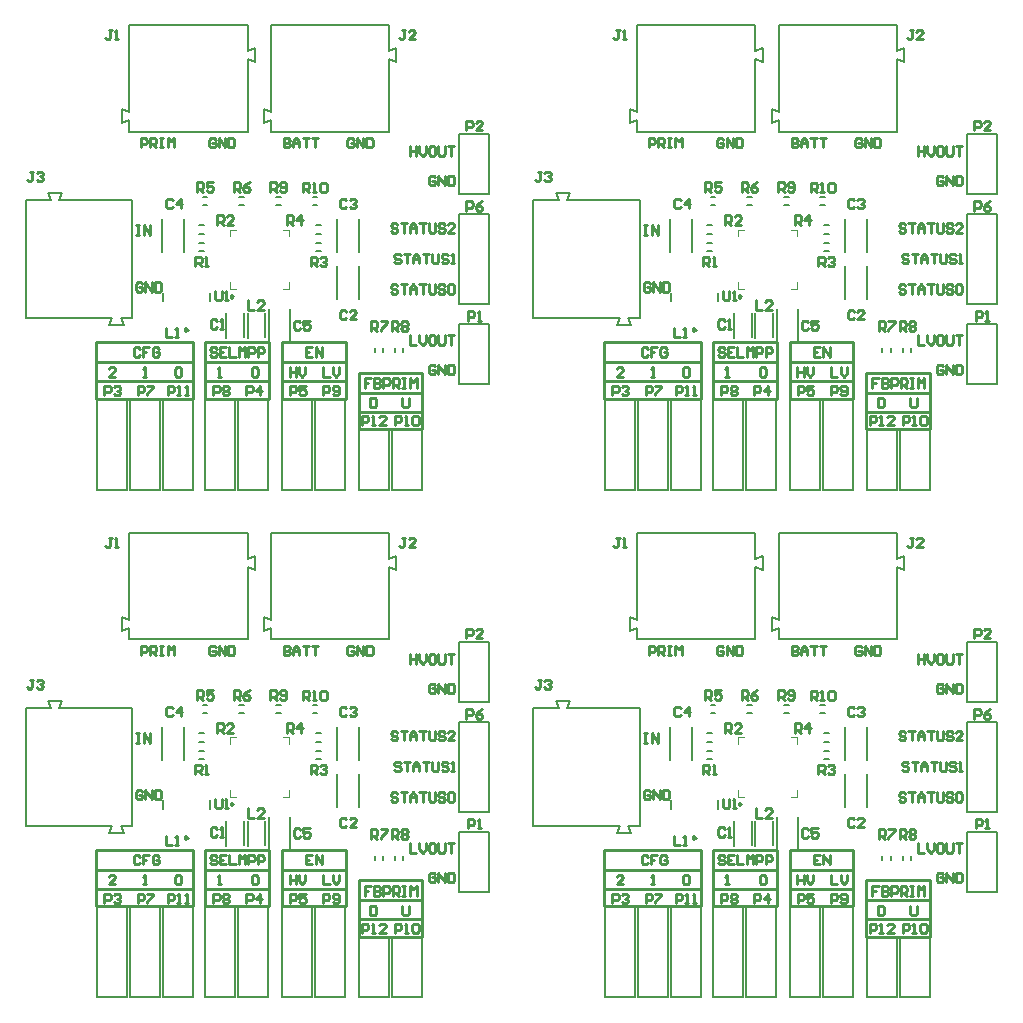
<source format=gto>
%MOIN*%
%OFA0B0*%
%FSLAX25Y25*%
%IPPOS*%
%LPD*%
%ADD10C,0.00984*%
%ADD11C,0.01*%
%ADD12C,0.00787*%
%ADD13C,0.00394*%
%ADD24C,0.00984*%
%ADD25C,0.01*%
%ADD26C,0.00787*%
%ADD27C,0.00394*%
%ADD28C,0.00984*%
%ADD29C,0.01*%
%ADD30C,0.00787*%
%ADD31C,0.00394*%
%ADD32C,0.00984*%
%ADD33C,0.01*%
%ADD34C,0.00787*%
%ADD35C,0.00394*%
G01*
G75*
D10*
X0069980Y0302559D02*
X0069242Y0302985D01*
X0069242Y0302132D01*
X0069980Y0302559D01*
X0054823Y0291436D02*
X0054085Y0291863D01*
X0054085Y0291010D01*
X0054823Y0291436D01*
D11*
X0086221Y0274409D02*
X0107480Y0274409D01*
X0086221Y0287401D02*
X0107480Y0287401D01*
X0107480Y0274409D02*
X0107480Y0287401D01*
X0086221Y0274409D02*
X0086221Y0287401D01*
X0086221Y0268503D02*
X0107480Y0268503D01*
X0086221Y0280708D02*
X0107480Y0280708D01*
X0107480Y0268503D02*
X0107480Y0280708D01*
X0086221Y0268503D02*
X0086221Y0280708D01*
X0060629Y0274409D02*
X0081890Y0274409D01*
X0060629Y0287401D02*
X0081890Y0287401D01*
X0081890Y0274409D02*
X0081890Y0287401D01*
X0060629Y0274409D02*
X0060629Y0287401D01*
X0060629Y0268503D02*
X0081890Y0268503D01*
X0060629Y0280708D02*
X0081890Y0280708D01*
X0081890Y0268503D02*
X0081890Y0280708D01*
X0060629Y0268503D02*
X0060629Y0280708D01*
X0024409Y0268503D02*
X0056693Y0268503D01*
X0024409Y0280708D02*
X0056693Y0280708D01*
X0056693Y0268503D02*
X0056693Y0280708D01*
X0024409Y0268503D02*
X0024409Y0280708D01*
X0111811Y0264173D02*
X0133070Y0264173D01*
X0111811Y0277165D02*
X0133070Y0277165D01*
X0133070Y0264173D02*
X0133070Y0277165D01*
X0111811Y0264173D02*
X0111811Y0277165D01*
X0111811Y0258266D02*
X0133070Y0258266D01*
X0111811Y0270472D02*
X0133070Y0270472D01*
X0133070Y0258266D02*
X0133070Y0270472D01*
X0111811Y0258266D02*
X0111811Y0270472D01*
X0024409Y0274409D02*
X0056693Y0274409D01*
X0024409Y0287401D02*
X0056693Y0287401D01*
X0056693Y0274409D02*
X0056693Y0287401D01*
X0024409Y0274409D02*
X0024409Y0287401D01*
X0115894Y0275211D02*
X0113795Y0275211D01*
X0113795Y0273636D01*
X0114845Y0273636D01*
X0113795Y0273636D01*
X0113795Y0272062D01*
X0116944Y0275211D02*
X0116944Y0272062D01*
X0118517Y0272062D01*
X0119043Y0272587D01*
X0119043Y0273112D01*
X0118517Y0273636D01*
X0116944Y0273636D01*
X0118517Y0273636D01*
X0119043Y0274162D01*
X0119043Y0274686D01*
X0118517Y0275211D01*
X0116944Y0275211D01*
X0120092Y0272062D02*
X0120092Y0275211D01*
X0121666Y0275211D01*
X0122191Y0274686D01*
X0122191Y0273636D01*
X0121666Y0273112D01*
X0120092Y0273112D01*
X0123241Y0272062D02*
X0123241Y0275211D01*
X0124815Y0275211D01*
X0125340Y0274686D01*
X0125340Y0273636D01*
X0124815Y0273112D01*
X0123241Y0273112D01*
X0124291Y0273112D02*
X0125340Y0272062D01*
X0126390Y0275211D02*
X0127438Y0275211D01*
X0126914Y0275211D01*
X0126914Y0272062D01*
X0126390Y0272062D01*
X0127438Y0272062D01*
X0129014Y0272062D02*
X0129014Y0275211D01*
X0130063Y0274162D01*
X0131113Y0275211D01*
X0131113Y0272062D01*
X0115567Y0268715D02*
X0115567Y0265565D01*
X0117141Y0265565D01*
X0117666Y0266091D01*
X0117666Y0268190D01*
X0117141Y0268715D01*
X0115567Y0268715D01*
X0126394Y0268715D02*
X0126394Y0266091D01*
X0126918Y0265565D01*
X0127968Y0265565D01*
X0128492Y0266091D01*
X0128492Y0268715D01*
X0100016Y0278950D02*
X0100016Y0275803D01*
X0102115Y0275803D01*
X0103163Y0278950D02*
X0103163Y0276852D01*
X0104214Y0275803D01*
X0105263Y0276852D01*
X0105263Y0278950D01*
X0088793Y0278950D02*
X0088793Y0275803D01*
X0088793Y0277377D01*
X0090894Y0277377D01*
X0090894Y0278950D01*
X0090894Y0275803D01*
X0091944Y0278950D02*
X0091944Y0276852D01*
X0092993Y0275803D01*
X0094043Y0276852D01*
X0094043Y0278950D01*
X0096404Y0285643D02*
X0094307Y0285643D01*
X0094307Y0282496D01*
X0096404Y0282496D01*
X0094307Y0284070D02*
X0095357Y0284070D01*
X0097456Y0282496D02*
X0097456Y0285643D01*
X0099555Y0282496D01*
X0099555Y0285643D01*
X0064515Y0285119D02*
X0063992Y0285643D01*
X0062942Y0285643D01*
X0062417Y0285119D01*
X0062417Y0284595D01*
X0062942Y0284070D01*
X0063992Y0284070D01*
X0064515Y0283545D01*
X0064515Y0283020D01*
X0063992Y0282496D01*
X0062942Y0282496D01*
X0062417Y0283020D01*
X0067665Y0285643D02*
X0065566Y0285643D01*
X0065566Y0282496D01*
X0067665Y0282496D01*
X0065566Y0284070D02*
X0066615Y0284070D01*
X0068714Y0285643D02*
X0068714Y0282496D01*
X0070814Y0282496D01*
X0071863Y0282496D02*
X0071863Y0285643D01*
X0072913Y0284595D01*
X0073962Y0285643D01*
X0073962Y0282496D01*
X0075012Y0282496D02*
X0075012Y0285643D01*
X0076586Y0285643D01*
X0077111Y0285119D01*
X0077111Y0284070D01*
X0076586Y0283545D01*
X0075012Y0283545D01*
X0078160Y0282496D02*
X0078160Y0285643D01*
X0079735Y0285643D01*
X0080259Y0285119D01*
X0080259Y0284070D01*
X0079735Y0283545D01*
X0078160Y0283545D01*
X0064780Y0275803D02*
X0065829Y0275803D01*
X0065303Y0275803D01*
X0065303Y0278950D01*
X0064780Y0278426D01*
X0076197Y0278426D02*
X0076722Y0278950D01*
X0077769Y0278950D01*
X0078296Y0278426D01*
X0078296Y0276328D01*
X0077769Y0275803D01*
X0076722Y0275803D01*
X0076197Y0276328D01*
X0076197Y0278426D01*
X0050605Y0278426D02*
X0051131Y0278950D01*
X0052181Y0278950D01*
X0052705Y0278426D01*
X0052705Y0276328D01*
X0052181Y0275803D01*
X0051131Y0275803D01*
X0050605Y0276328D01*
X0050605Y0278426D01*
X0039976Y0275803D02*
X0041026Y0275803D01*
X0040501Y0275803D01*
X0040501Y0278950D01*
X0039976Y0278426D01*
X0030658Y0275803D02*
X0028559Y0275803D01*
X0030658Y0277902D01*
X0030658Y0278426D01*
X0030133Y0278950D01*
X0029084Y0278950D01*
X0028559Y0278426D01*
X0038926Y0285119D02*
X0038401Y0285643D01*
X0037352Y0285643D01*
X0036827Y0285119D01*
X0036827Y0283020D01*
X0037352Y0282496D01*
X0038401Y0282496D01*
X0038926Y0283020D01*
X0042074Y0285643D02*
X0039975Y0285643D01*
X0039975Y0284070D01*
X0041025Y0284070D01*
X0039975Y0284070D01*
X0039975Y0282496D01*
X0045223Y0285119D02*
X0044698Y0285643D01*
X0043649Y0285643D01*
X0043124Y0285119D01*
X0043124Y0283020D01*
X0043649Y0282496D01*
X0044698Y0282496D01*
X0045223Y0283020D01*
X0045223Y0284070D01*
X0044173Y0284070D01*
X0086827Y0355329D02*
X0086827Y0352181D01*
X0088400Y0352181D01*
X0088926Y0352705D01*
X0088926Y0353230D01*
X0088400Y0353755D01*
X0086827Y0353755D01*
X0088400Y0353755D01*
X0088926Y0354280D01*
X0088926Y0354805D01*
X0088400Y0355329D01*
X0086827Y0355329D01*
X0089975Y0352181D02*
X0089975Y0354280D01*
X0091025Y0355329D01*
X0092074Y0354280D01*
X0092074Y0352181D01*
X0092074Y0353755D01*
X0089975Y0353755D01*
X0093124Y0355329D02*
X0095223Y0355329D01*
X0094174Y0355329D01*
X0094174Y0352181D01*
X0096270Y0355329D02*
X0098372Y0355329D01*
X0097322Y0355329D01*
X0097322Y0352181D01*
X0039189Y0352181D02*
X0039189Y0355329D01*
X0040763Y0355329D01*
X0041288Y0354805D01*
X0041288Y0353755D01*
X0040763Y0353230D01*
X0039189Y0353230D01*
X0042338Y0352181D02*
X0042338Y0355329D01*
X0043912Y0355329D01*
X0044437Y0354805D01*
X0044437Y0353755D01*
X0043912Y0353230D01*
X0042338Y0353230D01*
X0043387Y0353230D02*
X0044437Y0352181D01*
X0045486Y0355329D02*
X0046536Y0355329D01*
X0046010Y0355329D01*
X0046010Y0352181D01*
X0045486Y0352181D01*
X0046536Y0352181D01*
X0048110Y0352181D02*
X0048110Y0355329D01*
X0049160Y0354280D01*
X0050209Y0355329D01*
X0050209Y0352181D01*
X0110184Y0354805D02*
X0109659Y0355329D01*
X0108609Y0355329D01*
X0108085Y0354805D01*
X0108085Y0352705D01*
X0108609Y0352181D01*
X0109659Y0352181D01*
X0110184Y0352705D01*
X0110184Y0353755D01*
X0109134Y0353755D01*
X0111233Y0352181D02*
X0111233Y0355329D01*
X0113332Y0352181D01*
X0113332Y0355329D01*
X0114382Y0355329D02*
X0114382Y0352181D01*
X0115955Y0352181D01*
X0116480Y0352705D01*
X0116480Y0354805D01*
X0115955Y0355329D01*
X0114382Y0355329D01*
X0064121Y0354805D02*
X0063596Y0355329D01*
X0062546Y0355329D01*
X0062022Y0354805D01*
X0062022Y0352705D01*
X0062546Y0352181D01*
X0063596Y0352181D01*
X0064121Y0352705D01*
X0064121Y0353755D01*
X0063071Y0353755D01*
X0065169Y0352181D02*
X0065169Y0355329D01*
X0067269Y0352181D01*
X0067269Y0355329D01*
X0068319Y0355329D02*
X0068319Y0352181D01*
X0069893Y0352181D01*
X0070418Y0352705D01*
X0070418Y0354805D01*
X0069893Y0355329D01*
X0068319Y0355329D01*
X0037612Y0326194D02*
X0038662Y0326194D01*
X0038137Y0326194D01*
X0038137Y0323046D01*
X0037612Y0323046D01*
X0038662Y0323046D01*
X0040236Y0323046D02*
X0040236Y0326194D01*
X0042335Y0323046D01*
X0042335Y0326194D01*
X0039713Y0306772D02*
X0039189Y0307298D01*
X0038139Y0307298D01*
X0037614Y0306772D01*
X0037614Y0304674D01*
X0038139Y0304149D01*
X0039189Y0304149D01*
X0039713Y0304674D01*
X0039713Y0305723D01*
X0038664Y0305723D01*
X0040763Y0304149D02*
X0040763Y0307298D01*
X0042862Y0304149D01*
X0042862Y0307298D01*
X0043911Y0307298D02*
X0043911Y0304149D01*
X0045486Y0304149D01*
X0046010Y0304674D01*
X0046010Y0306772D01*
X0045486Y0307298D01*
X0043911Y0307298D01*
X0124755Y0305986D02*
X0124230Y0306510D01*
X0123180Y0306510D01*
X0122656Y0305986D01*
X0122656Y0305461D01*
X0123180Y0304936D01*
X0124230Y0304936D01*
X0124755Y0304411D01*
X0124755Y0303887D01*
X0124230Y0303362D01*
X0123180Y0303362D01*
X0122656Y0303887D01*
X0125804Y0306510D02*
X0127902Y0306510D01*
X0126854Y0306510D01*
X0126854Y0303362D01*
X0128953Y0303362D02*
X0128953Y0305461D01*
X0130002Y0306510D01*
X0131051Y0305461D01*
X0131051Y0303362D01*
X0131051Y0304936D01*
X0128953Y0304936D01*
X0132101Y0306510D02*
X0134200Y0306510D01*
X0133151Y0306510D01*
X0133151Y0303362D01*
X0135250Y0306510D02*
X0135250Y0303887D01*
X0135775Y0303362D01*
X0136824Y0303362D01*
X0137349Y0303887D01*
X0137349Y0306510D01*
X0140498Y0305986D02*
X0139973Y0306510D01*
X0138922Y0306510D01*
X0138399Y0305986D01*
X0138399Y0305461D01*
X0138922Y0304936D01*
X0139973Y0304936D01*
X0140498Y0304411D01*
X0140498Y0303887D01*
X0139973Y0303362D01*
X0138922Y0303362D01*
X0138399Y0303887D01*
X0141547Y0305986D02*
X0142072Y0306510D01*
X0143121Y0306510D01*
X0143646Y0305986D01*
X0143646Y0303887D01*
X0143121Y0303362D01*
X0142072Y0303362D01*
X0141547Y0303887D01*
X0141547Y0305986D01*
X0125804Y0316222D02*
X0125279Y0316747D01*
X0124230Y0316747D01*
X0123705Y0316222D01*
X0123705Y0315697D01*
X0124230Y0315172D01*
X0125279Y0315172D01*
X0125804Y0314646D01*
X0125804Y0314123D01*
X0125279Y0313598D01*
X0124230Y0313598D01*
X0123705Y0314123D01*
X0126854Y0316747D02*
X0128953Y0316747D01*
X0127902Y0316747D01*
X0127902Y0313598D01*
X0130002Y0313598D02*
X0130002Y0315697D01*
X0131051Y0316747D01*
X0132101Y0315697D01*
X0132101Y0313598D01*
X0132101Y0315172D01*
X0130002Y0315172D01*
X0133151Y0316747D02*
X0135250Y0316747D01*
X0134200Y0316747D01*
X0134200Y0313598D01*
X0136300Y0316747D02*
X0136300Y0314123D01*
X0136824Y0313598D01*
X0137874Y0313598D01*
X0138399Y0314123D01*
X0138399Y0316747D01*
X0141547Y0316222D02*
X0141022Y0316747D01*
X0139973Y0316747D01*
X0139448Y0316222D01*
X0139448Y0315697D01*
X0139973Y0315172D01*
X0141022Y0315172D01*
X0141547Y0314646D01*
X0141547Y0314123D01*
X0141022Y0313598D01*
X0139973Y0313598D01*
X0139448Y0314123D01*
X0142597Y0313598D02*
X0143646Y0313598D01*
X0143121Y0313598D01*
X0143121Y0316747D01*
X0142597Y0316222D01*
X0124755Y0326458D02*
X0124230Y0326983D01*
X0123180Y0326983D01*
X0122656Y0326458D01*
X0122656Y0325933D01*
X0123180Y0325408D01*
X0124230Y0325408D01*
X0124755Y0324884D01*
X0124755Y0324359D01*
X0124230Y0323834D01*
X0123180Y0323834D01*
X0122656Y0324359D01*
X0125804Y0326983D02*
X0127902Y0326983D01*
X0126854Y0326983D01*
X0126854Y0323834D01*
X0128953Y0323834D02*
X0128953Y0325933D01*
X0130002Y0326983D01*
X0131051Y0325933D01*
X0131051Y0323834D01*
X0131051Y0325408D01*
X0128953Y0325408D01*
X0132101Y0326983D02*
X0134200Y0326983D01*
X0133151Y0326983D01*
X0133151Y0323834D01*
X0135250Y0326983D02*
X0135250Y0324359D01*
X0135775Y0323834D01*
X0136824Y0323834D01*
X0137349Y0324359D01*
X0137349Y0326983D01*
X0140498Y0326458D02*
X0139973Y0326983D01*
X0138922Y0326983D01*
X0138399Y0326458D01*
X0138399Y0325933D01*
X0138922Y0325408D01*
X0139973Y0325408D01*
X0140498Y0324884D01*
X0140498Y0324359D01*
X0139973Y0323834D01*
X0138922Y0323834D01*
X0138399Y0324359D01*
X0143646Y0323834D02*
X0141547Y0323834D01*
X0143646Y0325933D01*
X0143646Y0326458D01*
X0143121Y0326983D01*
X0142072Y0326983D01*
X0141547Y0326458D01*
X0128953Y0289581D02*
X0128953Y0286433D01*
X0131051Y0286433D01*
X0132101Y0289581D02*
X0132101Y0287482D01*
X0133151Y0286433D01*
X0134200Y0287482D01*
X0134200Y0289581D01*
X0136824Y0289581D02*
X0135775Y0289581D01*
X0135250Y0289056D01*
X0135250Y0286956D01*
X0135775Y0286433D01*
X0136824Y0286433D01*
X0137349Y0286956D01*
X0137349Y0289056D01*
X0136824Y0289581D01*
X0138399Y0289581D02*
X0138399Y0286956D01*
X0138922Y0286433D01*
X0139973Y0286433D01*
X0140498Y0286956D01*
X0140498Y0289581D01*
X0141547Y0289581D02*
X0143646Y0289581D01*
X0142597Y0289581D01*
X0142597Y0286433D01*
X0137349Y0279214D02*
X0136824Y0279738D01*
X0135775Y0279738D01*
X0135250Y0279214D01*
X0135250Y0277115D01*
X0135775Y0276590D01*
X0136824Y0276590D01*
X0137349Y0277115D01*
X0137349Y0278164D01*
X0136300Y0278164D01*
X0138399Y0276590D02*
X0138399Y0279738D01*
X0140498Y0276590D01*
X0140498Y0279738D01*
X0141547Y0279738D02*
X0141547Y0276590D01*
X0143121Y0276590D01*
X0143646Y0277115D01*
X0143646Y0279214D01*
X0143121Y0279738D01*
X0141547Y0279738D01*
X0137349Y0342206D02*
X0136824Y0342731D01*
X0135775Y0342731D01*
X0135250Y0342206D01*
X0135250Y0340107D01*
X0135775Y0339582D01*
X0136824Y0339582D01*
X0137349Y0340107D01*
X0137349Y0341157D01*
X0136300Y0341157D01*
X0138399Y0339582D02*
X0138399Y0342731D01*
X0140498Y0339582D01*
X0140498Y0342731D01*
X0141547Y0342731D02*
X0141547Y0339582D01*
X0143121Y0339582D01*
X0143646Y0340107D01*
X0143646Y0342206D01*
X0143121Y0342731D01*
X0141547Y0342731D01*
X0128953Y0352573D02*
X0128953Y0349425D01*
X0128953Y0350999D01*
X0131051Y0350999D01*
X0131051Y0352573D01*
X0131051Y0349425D01*
X0132101Y0352573D02*
X0132101Y0350474D01*
X0133151Y0349425D01*
X0134200Y0350474D01*
X0134200Y0352573D01*
X0136824Y0352573D02*
X0135775Y0352573D01*
X0135250Y0352049D01*
X0135250Y0349950D01*
X0135775Y0349425D01*
X0136824Y0349425D01*
X0137349Y0349950D01*
X0137349Y0352049D01*
X0136824Y0352573D01*
X0138399Y0352573D02*
X0138399Y0349950D01*
X0138922Y0349425D01*
X0139973Y0349425D01*
X0140498Y0349950D01*
X0140498Y0352573D01*
X0141547Y0352573D02*
X0143646Y0352573D01*
X0142597Y0352573D01*
X0142597Y0349425D01*
X0003411Y0344093D02*
X0002363Y0344093D01*
X0002888Y0344093D01*
X0002888Y0341470D01*
X0002363Y0340945D01*
X0001838Y0340945D01*
X0001313Y0341470D01*
X0004462Y0343569D02*
X0004986Y0344093D01*
X0006036Y0344093D01*
X0006561Y0343569D01*
X0006561Y0343044D01*
X0006036Y0342519D01*
X0005511Y0342519D01*
X0006036Y0342519D01*
X0006561Y0341994D01*
X0006561Y0341470D01*
X0006036Y0340945D01*
X0004986Y0340945D01*
X0004462Y0341470D01*
X0029528Y0391338D02*
X0028477Y0391338D01*
X0029003Y0391338D01*
X0029003Y0388714D01*
X0028477Y0388189D01*
X0027953Y0388189D01*
X0027428Y0388714D01*
X0030577Y0388189D02*
X0031627Y0388189D01*
X0031102Y0388189D01*
X0031102Y0391338D01*
X0030577Y0390813D01*
X0127428Y0391338D02*
X0126379Y0391338D01*
X0126903Y0391338D01*
X0126903Y0388714D01*
X0126379Y0388189D01*
X0125854Y0388189D01*
X0125329Y0388714D01*
X0130577Y0388189D02*
X0128478Y0388189D01*
X0130577Y0390288D01*
X0130577Y0390813D01*
X0130050Y0391338D01*
X0129002Y0391338D01*
X0128478Y0390813D01*
X0064043Y0304330D02*
X0064043Y0301706D01*
X0064567Y0301181D01*
X0065617Y0301181D01*
X0066142Y0301706D01*
X0066142Y0304330D01*
X0067191Y0301181D02*
X0068241Y0301181D01*
X0067716Y0301181D01*
X0067716Y0304330D01*
X0067191Y0303805D01*
X0093300Y0337233D02*
X0093300Y0340381D01*
X0094874Y0340381D01*
X0095399Y0339856D01*
X0095399Y0338806D01*
X0094874Y0338282D01*
X0093300Y0338282D01*
X0094349Y0338282D02*
X0095399Y0337233D01*
X0096449Y0337233D02*
X0097498Y0337233D01*
X0096973Y0337233D01*
X0096973Y0340381D01*
X0096449Y0339856D01*
X0099072Y0339856D02*
X0099597Y0340381D01*
X0100647Y0340381D01*
X0101172Y0339856D01*
X0101172Y0337757D01*
X0100647Y0337233D01*
X0099597Y0337233D01*
X0099072Y0337757D01*
X0099072Y0339856D01*
X0122859Y0291034D02*
X0122859Y0294183D01*
X0124434Y0294183D01*
X0124959Y0293658D01*
X0124959Y0292608D01*
X0124434Y0292084D01*
X0122859Y0292084D01*
X0123909Y0292084D02*
X0124959Y0291034D01*
X0126007Y0293658D02*
X0126533Y0294183D01*
X0127583Y0294183D01*
X0128108Y0293658D01*
X0128108Y0293133D01*
X0127583Y0292608D01*
X0128108Y0292084D01*
X0128108Y0291559D01*
X0127583Y0291034D01*
X0126533Y0291034D01*
X0126007Y0291559D01*
X0126007Y0292084D01*
X0126533Y0292608D01*
X0126007Y0293133D01*
X0126007Y0293658D01*
X0126533Y0292608D02*
X0127583Y0292608D01*
X0115987Y0291034D02*
X0115987Y0294183D01*
X0117562Y0294183D01*
X0118087Y0293658D01*
X0118087Y0292608D01*
X0117562Y0292084D01*
X0115987Y0292084D01*
X0117036Y0292084D02*
X0118087Y0291034D01*
X0119136Y0294183D02*
X0121235Y0294183D01*
X0121235Y0293658D01*
X0119136Y0291559D01*
X0119136Y0291034D01*
X0082415Y0337402D02*
X0082415Y0340550D01*
X0083990Y0340550D01*
X0084515Y0340025D01*
X0084515Y0338976D01*
X0083990Y0338451D01*
X0082415Y0338451D01*
X0083465Y0338451D02*
X0084515Y0337402D01*
X0085564Y0337926D02*
X0086089Y0337402D01*
X0087138Y0337402D01*
X0087663Y0337926D01*
X0087663Y0340025D01*
X0087138Y0340550D01*
X0086089Y0340550D01*
X0085564Y0340025D01*
X0085564Y0339501D01*
X0086089Y0338976D01*
X0087663Y0338976D01*
X0070211Y0337402D02*
X0070211Y0340550D01*
X0071785Y0340550D01*
X0072309Y0340025D01*
X0072309Y0338976D01*
X0071785Y0338451D01*
X0070211Y0338451D01*
X0071260Y0338451D02*
X0072309Y0337402D01*
X0075459Y0340550D02*
X0074409Y0340025D01*
X0073359Y0338976D01*
X0073359Y0337926D01*
X0073884Y0337402D01*
X0074934Y0337402D01*
X0075459Y0337926D01*
X0075459Y0338451D01*
X0074934Y0338976D01*
X0073359Y0338976D01*
X0058006Y0337402D02*
X0058006Y0340550D01*
X0059580Y0340550D01*
X0060105Y0340025D01*
X0060105Y0338976D01*
X0059580Y0338451D01*
X0058006Y0338451D01*
X0059056Y0338451D02*
X0060105Y0337402D01*
X0063254Y0340550D02*
X0061155Y0340550D01*
X0061155Y0338976D01*
X0062204Y0339501D01*
X0062729Y0339501D01*
X0063254Y0338976D01*
X0063254Y0337926D01*
X0062729Y0337402D01*
X0061680Y0337402D01*
X0061155Y0337926D01*
X0087927Y0326378D02*
X0087927Y0329527D01*
X0089502Y0329527D01*
X0090026Y0329002D01*
X0090026Y0327952D01*
X0089502Y0327427D01*
X0087927Y0327427D01*
X0088977Y0327427D02*
X0090026Y0326378D01*
X0092650Y0326378D02*
X0092650Y0329527D01*
X0091076Y0327952D01*
X0093175Y0327952D01*
X0095801Y0312599D02*
X0095801Y0315747D01*
X0097376Y0315747D01*
X0097900Y0315222D01*
X0097900Y0314172D01*
X0097376Y0313648D01*
X0095801Y0313648D01*
X0096851Y0313648D02*
X0097900Y0312599D01*
X0098950Y0315222D02*
X0099475Y0315747D01*
X0100523Y0315747D01*
X0101049Y0315222D01*
X0101049Y0314698D01*
X0100523Y0314172D01*
X0099999Y0314172D01*
X0100523Y0314172D01*
X0101049Y0313648D01*
X0101049Y0313123D01*
X0100523Y0312599D01*
X0099475Y0312599D01*
X0098950Y0313123D01*
X0064698Y0326378D02*
X0064698Y0329527D01*
X0066273Y0329527D01*
X0066798Y0329002D01*
X0066798Y0327952D01*
X0066273Y0327427D01*
X0064698Y0327427D01*
X0065749Y0327427D02*
X0066798Y0326378D01*
X0069947Y0326378D02*
X0067848Y0326378D01*
X0069947Y0328477D01*
X0069947Y0329002D01*
X0069422Y0329527D01*
X0068372Y0329527D01*
X0067848Y0329002D01*
X0057350Y0312599D02*
X0057350Y0315747D01*
X0058924Y0315747D01*
X0059448Y0315222D01*
X0059448Y0314172D01*
X0058924Y0313648D01*
X0057350Y0313648D01*
X0058399Y0313648D02*
X0059448Y0312599D01*
X0060497Y0312599D02*
X0061548Y0312599D01*
X0061023Y0312599D01*
X0061023Y0315747D01*
X0060497Y0315222D01*
X0088867Y0269552D02*
X0088867Y0272700D01*
X0090443Y0272700D01*
X0090968Y0272175D01*
X0090968Y0271126D01*
X0090443Y0270601D01*
X0088867Y0270601D01*
X0094116Y0272700D02*
X0092017Y0272700D01*
X0092017Y0271126D01*
X0093067Y0271651D01*
X0093591Y0271651D01*
X0094116Y0271126D01*
X0094116Y0270076D01*
X0093591Y0269552D01*
X0092542Y0269552D01*
X0092017Y0270076D01*
X0048164Y0269552D02*
X0048164Y0272700D01*
X0049738Y0272700D01*
X0050263Y0272175D01*
X0050263Y0271126D01*
X0049738Y0270601D01*
X0048164Y0270601D01*
X0051312Y0269552D02*
X0052362Y0269552D01*
X0051837Y0269552D01*
X0051837Y0272700D01*
X0051312Y0272175D01*
X0053935Y0269552D02*
X0054986Y0269552D01*
X0054461Y0269552D01*
X0054461Y0272700D01*
X0053935Y0272175D01*
X0074369Y0269552D02*
X0074369Y0272700D01*
X0075943Y0272700D01*
X0076466Y0272175D01*
X0076466Y0271126D01*
X0075943Y0270601D01*
X0074369Y0270601D01*
X0079091Y0269552D02*
X0079091Y0272700D01*
X0077517Y0271126D01*
X0079616Y0271126D01*
X0027067Y0269552D02*
X0027067Y0272700D01*
X0028643Y0272700D01*
X0029168Y0272175D01*
X0029168Y0271126D01*
X0028643Y0270601D01*
X0027067Y0270601D01*
X0030217Y0272175D02*
X0030742Y0272700D01*
X0031791Y0272700D01*
X0032316Y0272175D01*
X0032316Y0271651D01*
X0031791Y0271126D01*
X0031267Y0271126D01*
X0031791Y0271126D01*
X0032316Y0270601D01*
X0032316Y0270076D01*
X0031791Y0269552D01*
X0030742Y0269552D01*
X0030217Y0270076D01*
X0147770Y0331102D02*
X0147770Y0334251D01*
X0149344Y0334251D01*
X0149869Y0333726D01*
X0149869Y0332677D01*
X0149344Y0332152D01*
X0147770Y0332152D01*
X0153017Y0334251D02*
X0151968Y0333726D01*
X0150918Y0332677D01*
X0150918Y0331627D01*
X0151443Y0331102D01*
X0152493Y0331102D01*
X0153017Y0331627D01*
X0153017Y0332152D01*
X0152493Y0332677D01*
X0150918Y0332677D01*
X0038168Y0269552D02*
X0038168Y0272700D01*
X0039743Y0272700D01*
X0040268Y0272175D01*
X0040268Y0271126D01*
X0039743Y0270601D01*
X0038168Y0270601D01*
X0041317Y0272700D02*
X0043416Y0272700D01*
X0043416Y0272175D01*
X0041317Y0270076D01*
X0041317Y0269552D01*
X0148295Y0294488D02*
X0148295Y0297637D01*
X0149869Y0297637D01*
X0150393Y0297112D01*
X0150393Y0296062D01*
X0149869Y0295538D01*
X0148295Y0295538D01*
X0151443Y0294488D02*
X0152493Y0294488D01*
X0151968Y0294488D01*
X0151968Y0297637D01*
X0151443Y0297112D01*
X0147770Y0357874D02*
X0147770Y0361022D01*
X0149344Y0361022D01*
X0149869Y0360498D01*
X0149869Y0359448D01*
X0149344Y0358924D01*
X0147770Y0358924D01*
X0153017Y0357874D02*
X0150918Y0357874D01*
X0153017Y0359973D01*
X0153017Y0360498D01*
X0152493Y0361022D01*
X0151443Y0361022D01*
X0150918Y0360498D01*
X0099968Y0269552D02*
X0099968Y0272700D01*
X0101543Y0272700D01*
X0102068Y0272175D01*
X0102068Y0271126D01*
X0101543Y0270601D01*
X0099968Y0270601D01*
X0103116Y0270076D02*
X0103641Y0269552D01*
X0104691Y0269552D01*
X0105216Y0270076D01*
X0105216Y0272175D01*
X0104691Y0272700D01*
X0103641Y0272700D01*
X0103116Y0272175D01*
X0103116Y0271651D01*
X0103641Y0271126D01*
X0105216Y0271126D01*
X0112993Y0259645D02*
X0112993Y0262794D01*
X0114568Y0262794D01*
X0115093Y0262270D01*
X0115093Y0261220D01*
X0114568Y0260695D01*
X0112993Y0260695D01*
X0116141Y0259645D02*
X0117192Y0259645D01*
X0116667Y0259645D01*
X0116667Y0262794D01*
X0116141Y0262270D01*
X0120865Y0259645D02*
X0118766Y0259645D01*
X0120865Y0261744D01*
X0120865Y0262270D01*
X0120340Y0262794D01*
X0119290Y0262794D01*
X0118766Y0262270D01*
X0063368Y0269552D02*
X0063368Y0272700D01*
X0064942Y0272700D01*
X0065468Y0272175D01*
X0065468Y0271126D01*
X0064942Y0270601D01*
X0063368Y0270601D01*
X0066517Y0272175D02*
X0067042Y0272700D01*
X0068091Y0272700D01*
X0068616Y0272175D01*
X0068616Y0271651D01*
X0068091Y0271126D01*
X0068616Y0270601D01*
X0068616Y0270076D01*
X0068091Y0269552D01*
X0067042Y0269552D01*
X0066517Y0270076D01*
X0066517Y0270601D01*
X0067042Y0271126D01*
X0066517Y0271651D01*
X0066517Y0272175D01*
X0067042Y0271126D02*
X0068091Y0271126D01*
X0123994Y0259645D02*
X0123994Y0262794D01*
X0125567Y0262794D01*
X0126093Y0262270D01*
X0126093Y0261220D01*
X0125567Y0260695D01*
X0123994Y0260695D01*
X0127142Y0259645D02*
X0128192Y0259645D01*
X0127667Y0259645D01*
X0127667Y0262794D01*
X0127142Y0262270D01*
X0129766Y0262270D02*
X0130291Y0262794D01*
X0131340Y0262794D01*
X0131865Y0262270D01*
X0131865Y0260170D01*
X0131340Y0259645D01*
X0130291Y0259645D01*
X0129766Y0260170D01*
X0129766Y0262270D01*
X0074935Y0301180D02*
X0074935Y0298032D01*
X0077034Y0298032D01*
X0080183Y0298032D02*
X0078084Y0298032D01*
X0080183Y0300131D01*
X0080183Y0300655D01*
X0079658Y0301180D01*
X0078609Y0301180D01*
X0078084Y0300655D01*
X0047507Y0292125D02*
X0047507Y0288976D01*
X0049606Y0288976D01*
X0050656Y0288976D02*
X0051705Y0288976D01*
X0051181Y0288976D01*
X0051181Y0292125D01*
X0050656Y0291599D01*
X0092389Y0293962D02*
X0091864Y0294487D01*
X0090814Y0294487D01*
X0090290Y0293962D01*
X0090290Y0291863D01*
X0090814Y0291339D01*
X0091864Y0291339D01*
X0092389Y0291863D01*
X0095537Y0294487D02*
X0093437Y0294487D01*
X0093437Y0292913D01*
X0094488Y0293438D01*
X0095012Y0293438D01*
X0095537Y0292913D01*
X0095537Y0291863D01*
X0095012Y0291339D01*
X0093963Y0291339D01*
X0093437Y0291863D01*
X0049869Y0334513D02*
X0049344Y0335038D01*
X0048295Y0335038D01*
X0047770Y0334513D01*
X0047770Y0332415D01*
X0048295Y0331890D01*
X0049344Y0331890D01*
X0049869Y0332415D01*
X0052493Y0331890D02*
X0052493Y0335038D01*
X0050919Y0333464D01*
X0053017Y0333464D01*
X0107743Y0334513D02*
X0107217Y0335038D01*
X0106169Y0335038D01*
X0105644Y0334513D01*
X0105644Y0332415D01*
X0106169Y0331890D01*
X0107217Y0331890D01*
X0107743Y0332415D01*
X0108792Y0334513D02*
X0109317Y0335038D01*
X0110367Y0335038D01*
X0110891Y0334513D01*
X0110891Y0333988D01*
X0110367Y0333464D01*
X0109842Y0333464D01*
X0110367Y0333464D01*
X0110891Y0332939D01*
X0110891Y0332415D01*
X0110367Y0331890D01*
X0109317Y0331890D01*
X0108792Y0332415D01*
X0107743Y0297506D02*
X0107217Y0298030D01*
X0106169Y0298030D01*
X0105644Y0297506D01*
X0105644Y0295407D01*
X0106169Y0294882D01*
X0107217Y0294882D01*
X0107743Y0295407D01*
X0110891Y0294882D02*
X0108792Y0294882D01*
X0110891Y0296981D01*
X0110891Y0297506D01*
X0110367Y0298030D01*
X0109317Y0298030D01*
X0108792Y0297506D01*
X0064567Y0294356D02*
X0064042Y0294881D01*
X0062992Y0294881D01*
X0062468Y0294356D01*
X0062468Y0292257D01*
X0062992Y0291732D01*
X0064042Y0291732D01*
X0064567Y0292257D01*
X0065617Y0291732D02*
X0066666Y0291732D01*
X0066141Y0291732D01*
X0066141Y0294881D01*
X0065617Y0294356D01*
D12*
X0058661Y0323425D02*
X0060236Y0323425D01*
X0058661Y0326181D02*
X0060236Y0326181D01*
X0058661Y0320274D02*
X0060236Y0320274D01*
X0058661Y0317519D02*
X0060236Y0317519D01*
X0097638Y0323425D02*
X0099213Y0323425D01*
X0097638Y0326181D02*
X0099213Y0326181D01*
X0046433Y0317298D02*
X0046433Y0328370D01*
X0053567Y0317298D02*
X0053567Y0328370D01*
X0097638Y0317519D02*
X0099213Y0317519D01*
X0097638Y0320274D02*
X0099213Y0320274D01*
X0104701Y0301550D02*
X0104701Y0312622D01*
X0111835Y0301550D02*
X0111835Y0312622D01*
X0104701Y0317298D02*
X0104701Y0328370D01*
X0111835Y0317298D02*
X0111835Y0328370D01*
X0096457Y0332873D02*
X0098032Y0332873D01*
X0096457Y0335630D02*
X0098032Y0335630D01*
X0084252Y0332873D02*
X0085827Y0332873D01*
X0084252Y0335630D02*
X0085827Y0335630D01*
X0072047Y0332873D02*
X0073622Y0332873D01*
X0072047Y0335630D02*
X0073622Y0335630D01*
X0059841Y0332873D02*
X0061417Y0332873D01*
X0059841Y0335630D02*
X0061417Y0335630D01*
X0067716Y0288767D02*
X0067716Y0297059D01*
X0074803Y0288767D02*
X0074803Y0297059D01*
X0073721Y0288861D02*
X0073721Y0296965D01*
X0080610Y0288861D02*
X0080610Y0296965D01*
X0081866Y0287377D02*
X0081866Y0298449D01*
X0089000Y0287377D02*
X0089000Y0298449D01*
X0124016Y0283858D02*
X0124016Y0285433D01*
X0126770Y0283858D02*
X0126770Y0285433D01*
X0119882Y0283858D02*
X0119882Y0285433D01*
X0117126Y0283858D02*
X0117126Y0285433D01*
X0121929Y0238149D02*
X0121929Y0258149D01*
X0111928Y0258149D02*
X0121929Y0258149D01*
X0111928Y0238149D02*
X0111928Y0258149D01*
X0111928Y0238149D02*
X0121929Y0238149D01*
X0132953Y0238149D02*
X0132953Y0258149D01*
X0122953Y0258149D02*
X0132953Y0258149D01*
X0122953Y0238149D02*
X0122953Y0258149D01*
X0122953Y0238149D02*
X0132953Y0238149D01*
X0097362Y0268149D02*
X0107362Y0268149D01*
X0107362Y0238149D02*
X0107362Y0268149D01*
X0097362Y0238149D02*
X0107362Y0238149D01*
X0097362Y0238149D02*
X0097362Y0268149D01*
X0086339Y0268149D02*
X0096339Y0268149D01*
X0096339Y0238149D02*
X0096339Y0268149D01*
X0086339Y0238149D02*
X0096339Y0238149D01*
X0086339Y0238149D02*
X0086339Y0268149D01*
X0071772Y0268149D02*
X0081772Y0268149D01*
X0081772Y0238149D02*
X0081772Y0268149D01*
X0071772Y0238149D02*
X0081772Y0238149D01*
X0071772Y0238149D02*
X0071772Y0268149D01*
X0060748Y0268149D02*
X0070748Y0268149D01*
X0070748Y0238149D02*
X0070748Y0268149D01*
X0060748Y0238149D02*
X0070748Y0238149D01*
X0060748Y0238149D02*
X0060748Y0268149D01*
X0046575Y0268149D02*
X0056575Y0268149D01*
X0056575Y0238149D02*
X0056575Y0268149D01*
X0046575Y0238149D02*
X0056575Y0238149D01*
X0046575Y0238149D02*
X0046575Y0268149D01*
X0035551Y0268149D02*
X0045551Y0268149D01*
X0045551Y0238149D02*
X0045551Y0268149D01*
X0035551Y0238149D02*
X0045551Y0238149D01*
X0035551Y0238149D02*
X0035551Y0268149D01*
X0024527Y0268149D02*
X0034528Y0268149D01*
X0034528Y0238149D02*
X0034528Y0268149D01*
X0024527Y0238149D02*
X0034528Y0238149D01*
X0024527Y0238149D02*
X0024527Y0268149D01*
X0145394Y0299960D02*
X0155394Y0299960D01*
X0145394Y0299960D02*
X0145394Y0329960D01*
X0155394Y0329960D01*
X0155394Y0299960D02*
X0155394Y0329960D01*
X0155394Y0273188D02*
X0155394Y0293188D01*
X0145394Y0293188D02*
X0155394Y0293188D01*
X0145394Y0273188D02*
X0145394Y0293188D01*
X0145394Y0273188D02*
X0155394Y0273188D01*
X0155394Y0336574D02*
X0155394Y0356574D01*
X0145394Y0356574D02*
X0155394Y0356574D01*
X0145394Y0336574D02*
X0145394Y0356574D01*
X0145394Y0336574D02*
X0155394Y0336574D01*
X0000787Y0295275D02*
X0029724Y0295275D01*
X0032479Y0295275D02*
X0036220Y0295275D01*
X0036220Y0334645D01*
X0000787Y0295275D02*
X0000787Y0334645D01*
X0009252Y0334645D01*
X0012009Y0334645D02*
X0036220Y0334645D01*
X0008268Y0337008D02*
X0012992Y0337008D01*
X0008268Y0337008D02*
X0009251Y0334645D01*
X0012009Y0334645D02*
X0012992Y0337008D01*
X0032479Y0295275D02*
X0033464Y0292913D01*
X0028738Y0292913D02*
X0033464Y0292913D01*
X0028738Y0292913D02*
X0029723Y0295275D01*
X0082677Y0363976D02*
X0082677Y0392913D01*
X0082677Y0357480D02*
X0082677Y0361219D01*
X0082677Y0357480D02*
X0122047Y0357480D01*
X0082677Y0392913D02*
X0122047Y0392913D01*
X0122047Y0384448D02*
X0122047Y0392913D01*
X0122047Y0357480D02*
X0122047Y0381692D01*
X0124410Y0380708D02*
X0124410Y0385433D01*
X0122047Y0384449D02*
X0124410Y0385433D01*
X0122047Y0381692D02*
X0124410Y0380708D01*
X0080313Y0360237D02*
X0082677Y0361219D01*
X0080313Y0360237D02*
X0080313Y0364961D01*
X0082677Y0363978D01*
X0035432Y0363976D02*
X0035432Y0392913D01*
X0035432Y0357480D02*
X0035432Y0361219D01*
X0035432Y0357480D02*
X0074802Y0357480D01*
X0035432Y0392913D02*
X0074802Y0392913D01*
X0074802Y0384448D02*
X0074802Y0392913D01*
X0074802Y0357480D02*
X0074802Y0381692D01*
X0077165Y0380708D02*
X0077165Y0385433D01*
X0074802Y0384449D02*
X0077165Y0385433D01*
X0074802Y0381692D02*
X0077165Y0380708D01*
X0033070Y0360236D02*
X0035432Y0361219D01*
X0033070Y0360236D02*
X0033070Y0364961D01*
X0035432Y0363978D01*
X0046504Y0300885D02*
X0046504Y0303838D01*
X0062156Y0300885D02*
X0062156Y0303838D01*
D13*
X0088583Y0305118D02*
X0088583Y0307184D01*
X0086516Y0305118D02*
X0088583Y0305118D01*
X0088583Y0322736D02*
X0088583Y0324803D01*
X0086516Y0324803D02*
X0088583Y0324803D01*
X0068898Y0324803D02*
X0070965Y0324803D01*
X0068898Y0322736D02*
X0068898Y0324803D01*
X0068898Y0305118D02*
X0068898Y0307184D01*
X0068898Y0305118D02*
X0070965Y0305118D01*
G04 next file*
G04*
G04 #@! TF.GenerationSoftware,Altium Limited,Altium Designer,21.7.2 (23)*
G04*
G04 Layer_Color=65535*
G04 skipping 70
G04*
G04 #@! TF.SameCoordinates,D7E17CD3-6D55-4483-A905-566B995BA5DE*
G04*
G04*
G04 #@! TF.FilePolarity,Positive*
G04*
G01*
G75*
D24*
X0239271Y0302559D02*
X0238533Y0302985D01*
X0238533Y0302132D01*
X0239271Y0302559D01*
X0224114Y0291436D02*
X0223376Y0291863D01*
X0223376Y0291010D01*
X0224114Y0291436D01*
D25*
X0255512Y0274409D02*
X0276771Y0274409D01*
X0255512Y0287401D02*
X0276771Y0287401D01*
X0276771Y0274409D02*
X0276771Y0287401D01*
X0255512Y0274409D02*
X0255512Y0287401D01*
X0255512Y0268503D02*
X0276771Y0268503D01*
X0255512Y0280708D02*
X0276771Y0280708D01*
X0276771Y0268503D02*
X0276771Y0280708D01*
X0255512Y0268503D02*
X0255512Y0280708D01*
X0229921Y0274409D02*
X0251181Y0274409D01*
X0229921Y0287401D02*
X0251181Y0287401D01*
X0251181Y0274409D02*
X0251181Y0287401D01*
X0229921Y0274409D02*
X0229921Y0287401D01*
X0229921Y0268503D02*
X0251181Y0268503D01*
X0229921Y0280708D02*
X0251181Y0280708D01*
X0251181Y0268503D02*
X0251181Y0280708D01*
X0229921Y0268503D02*
X0229921Y0280708D01*
X0193700Y0268503D02*
X0225984Y0268503D01*
X0193700Y0280708D02*
X0225984Y0280708D01*
X0225984Y0268503D02*
X0225984Y0280708D01*
X0193700Y0268503D02*
X0193700Y0280708D01*
X0281102Y0264173D02*
X0302362Y0264173D01*
X0281102Y0277165D02*
X0302362Y0277165D01*
X0302362Y0264173D02*
X0302362Y0277165D01*
X0281102Y0264173D02*
X0281102Y0277165D01*
X0281102Y0258266D02*
X0302362Y0258266D01*
X0281102Y0270472D02*
X0302362Y0270472D01*
X0302362Y0258266D02*
X0302362Y0270472D01*
X0281102Y0258266D02*
X0281102Y0270472D01*
X0193700Y0274409D02*
X0225984Y0274409D01*
X0193700Y0287401D02*
X0225984Y0287401D01*
X0225984Y0274409D02*
X0225984Y0287401D01*
X0193700Y0274409D02*
X0193700Y0287401D01*
X0285185Y0275211D02*
X0283086Y0275211D01*
X0283086Y0273636D01*
X0284136Y0273636D01*
X0283086Y0273636D01*
X0283086Y0272062D01*
X0286235Y0275211D02*
X0286235Y0272062D01*
X0287809Y0272062D01*
X0288334Y0272587D01*
X0288334Y0273112D01*
X0287809Y0273636D01*
X0286235Y0273636D01*
X0287809Y0273636D01*
X0288334Y0274162D01*
X0288334Y0274686D01*
X0287809Y0275211D01*
X0286235Y0275211D01*
X0289383Y0272062D02*
X0289383Y0275211D01*
X0290958Y0275211D01*
X0291482Y0274686D01*
X0291482Y0273636D01*
X0290958Y0273112D01*
X0289383Y0273112D01*
X0292532Y0272062D02*
X0292532Y0275211D01*
X0294106Y0275211D01*
X0294630Y0274686D01*
X0294630Y0273636D01*
X0294106Y0273112D01*
X0292532Y0273112D01*
X0293582Y0273112D02*
X0294630Y0272062D01*
X0295681Y0275211D02*
X0296730Y0275211D01*
X0296205Y0275211D01*
X0296205Y0272062D01*
X0295681Y0272062D01*
X0296730Y0272062D01*
X0298305Y0272062D02*
X0298305Y0275211D01*
X0299353Y0274162D01*
X0300404Y0275211D01*
X0300404Y0272062D01*
X0284858Y0268715D02*
X0284858Y0265565D01*
X0286432Y0265565D01*
X0286956Y0266091D01*
X0286956Y0268190D01*
X0286432Y0268715D01*
X0284858Y0268715D01*
X0295685Y0268715D02*
X0295685Y0266091D01*
X0296209Y0265565D01*
X0297259Y0265565D01*
X0297784Y0266091D01*
X0297784Y0268715D01*
X0269307Y0278950D02*
X0269307Y0275803D01*
X0271406Y0275803D01*
X0272454Y0278950D02*
X0272454Y0276852D01*
X0273505Y0275803D01*
X0274554Y0276852D01*
X0274554Y0278950D01*
X0258086Y0278950D02*
X0258086Y0275803D01*
X0258086Y0277377D01*
X0260185Y0277377D01*
X0260185Y0278950D01*
X0260185Y0275803D01*
X0261235Y0278950D02*
X0261235Y0276852D01*
X0262284Y0275803D01*
X0263334Y0276852D01*
X0263334Y0278950D01*
X0265697Y0285643D02*
X0263598Y0285643D01*
X0263598Y0282496D01*
X0265697Y0282496D01*
X0263598Y0284070D02*
X0264648Y0284070D01*
X0266746Y0282496D02*
X0266746Y0285643D01*
X0268846Y0282496D01*
X0268846Y0285643D01*
X0233807Y0285119D02*
X0233283Y0285643D01*
X0232233Y0285643D01*
X0231707Y0285119D01*
X0231707Y0284595D01*
X0232233Y0284070D01*
X0233283Y0284070D01*
X0233807Y0283545D01*
X0233807Y0283020D01*
X0233283Y0282496D01*
X0232233Y0282496D01*
X0231707Y0283020D01*
X0236956Y0285643D02*
X0234857Y0285643D01*
X0234857Y0282496D01*
X0236956Y0282496D01*
X0234857Y0284070D02*
X0235906Y0284070D01*
X0238005Y0285643D02*
X0238005Y0282496D01*
X0240105Y0282496D01*
X0241154Y0282496D02*
X0241154Y0285643D01*
X0242204Y0284595D01*
X0243253Y0285643D01*
X0243253Y0282496D01*
X0244302Y0282496D02*
X0244302Y0285643D01*
X0245877Y0285643D01*
X0246402Y0285119D01*
X0246402Y0284070D01*
X0245877Y0283545D01*
X0244302Y0283545D01*
X0247451Y0282496D02*
X0247451Y0285643D01*
X0249026Y0285643D01*
X0249549Y0285119D01*
X0249549Y0284070D01*
X0249026Y0283545D01*
X0247451Y0283545D01*
X0234071Y0275803D02*
X0235120Y0275803D01*
X0234595Y0275803D01*
X0234595Y0278950D01*
X0234071Y0278426D01*
X0245488Y0278426D02*
X0246013Y0278950D01*
X0247061Y0278950D01*
X0247587Y0278426D01*
X0247587Y0276328D01*
X0247061Y0275803D01*
X0246013Y0275803D01*
X0245488Y0276328D01*
X0245488Y0278426D01*
X0219897Y0278426D02*
X0220421Y0278950D01*
X0221471Y0278950D01*
X0221996Y0278426D01*
X0221996Y0276328D01*
X0221471Y0275803D01*
X0220421Y0275803D01*
X0219897Y0276328D01*
X0219897Y0278426D01*
X0209267Y0275803D02*
X0210317Y0275803D01*
X0209791Y0275803D01*
X0209791Y0278950D01*
X0209267Y0278426D01*
X0199949Y0275803D02*
X0197850Y0275803D01*
X0199949Y0277902D01*
X0199949Y0278426D01*
X0199424Y0278950D01*
X0198375Y0278950D01*
X0197850Y0278426D01*
X0208217Y0285119D02*
X0207692Y0285643D01*
X0206643Y0285643D01*
X0206117Y0285119D01*
X0206117Y0283020D01*
X0206643Y0282496D01*
X0207692Y0282496D01*
X0208217Y0283020D01*
X0211364Y0285643D02*
X0209266Y0285643D01*
X0209266Y0284070D01*
X0210316Y0284070D01*
X0209266Y0284070D01*
X0209266Y0282496D01*
X0214514Y0285119D02*
X0213988Y0285643D01*
X0212940Y0285643D01*
X0212415Y0285119D01*
X0212415Y0283020D01*
X0212940Y0282496D01*
X0213988Y0282496D01*
X0214514Y0283020D01*
X0214514Y0284070D01*
X0213464Y0284070D01*
X0256117Y0355329D02*
X0256117Y0352181D01*
X0257692Y0352181D01*
X0258217Y0352705D01*
X0258217Y0353230D01*
X0257692Y0353755D01*
X0256117Y0353755D01*
X0257692Y0353755D01*
X0258217Y0354280D01*
X0258217Y0354805D01*
X0257692Y0355329D01*
X0256117Y0355329D01*
X0259266Y0352181D02*
X0259266Y0354280D01*
X0260316Y0355329D01*
X0261364Y0354280D01*
X0261364Y0352181D01*
X0261364Y0353755D01*
X0259266Y0353755D01*
X0262415Y0355329D02*
X0264514Y0355329D01*
X0263465Y0355329D01*
X0263465Y0352181D01*
X0265563Y0355329D02*
X0267663Y0355329D01*
X0266613Y0355329D01*
X0266613Y0352181D01*
X0208480Y0352181D02*
X0208480Y0355329D01*
X0210054Y0355329D01*
X0210578Y0354805D01*
X0210578Y0353755D01*
X0210054Y0353230D01*
X0208480Y0353230D01*
X0211628Y0352181D02*
X0211628Y0355329D01*
X0213203Y0355329D01*
X0213728Y0354805D01*
X0213728Y0353755D01*
X0213203Y0353230D01*
X0211628Y0353230D01*
X0212678Y0353230D02*
X0213728Y0352181D01*
X0214777Y0355329D02*
X0215827Y0355329D01*
X0215302Y0355329D01*
X0215302Y0352181D01*
X0214777Y0352181D01*
X0215827Y0352181D01*
X0217401Y0352181D02*
X0217401Y0355329D01*
X0218451Y0354280D01*
X0219499Y0355329D01*
X0219499Y0352181D01*
X0279475Y0354805D02*
X0278950Y0355329D01*
X0277900Y0355329D01*
X0277376Y0354805D01*
X0277376Y0352705D01*
X0277900Y0352181D01*
X0278950Y0352181D01*
X0279475Y0352705D01*
X0279475Y0353755D01*
X0278425Y0353755D01*
X0280524Y0352181D02*
X0280524Y0355329D01*
X0282623Y0352181D01*
X0282623Y0355329D01*
X0283673Y0355329D02*
X0283673Y0352181D01*
X0285247Y0352181D01*
X0285772Y0352705D01*
X0285772Y0354805D01*
X0285247Y0355329D01*
X0283673Y0355329D01*
X0233412Y0354805D02*
X0232887Y0355329D01*
X0231836Y0355329D01*
X0231313Y0354805D01*
X0231313Y0352705D01*
X0231836Y0352181D01*
X0232887Y0352181D01*
X0233412Y0352705D01*
X0233412Y0353755D01*
X0232362Y0353755D01*
X0234461Y0352181D02*
X0234461Y0355329D01*
X0236560Y0352181D01*
X0236560Y0355329D01*
X0237610Y0355329D02*
X0237610Y0352181D01*
X0239184Y0352181D01*
X0239709Y0352705D01*
X0239709Y0354805D01*
X0239184Y0355329D01*
X0237610Y0355329D01*
X0206903Y0326194D02*
X0207953Y0326194D01*
X0207428Y0326194D01*
X0207428Y0323046D01*
X0206903Y0323046D01*
X0207953Y0323046D01*
X0209527Y0323046D02*
X0209527Y0326194D01*
X0211626Y0323046D01*
X0211626Y0326194D01*
X0209004Y0306772D02*
X0208480Y0307298D01*
X0207430Y0307298D01*
X0206904Y0306772D01*
X0206904Y0304674D01*
X0207430Y0304149D01*
X0208480Y0304149D01*
X0209004Y0304674D01*
X0209004Y0305723D01*
X0207954Y0305723D01*
X0210054Y0304149D02*
X0210054Y0307298D01*
X0212153Y0304149D01*
X0212153Y0307298D01*
X0213201Y0307298D02*
X0213201Y0304149D01*
X0214777Y0304149D01*
X0215301Y0304674D01*
X0215301Y0306772D01*
X0214777Y0307298D01*
X0213201Y0307298D01*
X0294046Y0305986D02*
X0293521Y0306510D01*
X0292471Y0306510D01*
X0291947Y0305986D01*
X0291947Y0305461D01*
X0292471Y0304936D01*
X0293521Y0304936D01*
X0294046Y0304411D01*
X0294046Y0303887D01*
X0293521Y0303362D01*
X0292471Y0303362D01*
X0291947Y0303887D01*
X0295095Y0306510D02*
X0297194Y0306510D01*
X0296144Y0306510D01*
X0296144Y0303362D01*
X0298244Y0303362D02*
X0298244Y0305461D01*
X0299293Y0306510D01*
X0300343Y0305461D01*
X0300343Y0303362D01*
X0300343Y0304936D01*
X0298244Y0304936D01*
X0301392Y0306510D02*
X0303491Y0306510D01*
X0302442Y0306510D01*
X0302442Y0303362D01*
X0304541Y0306510D02*
X0304541Y0303887D01*
X0305065Y0303362D01*
X0306115Y0303362D01*
X0306640Y0303887D01*
X0306640Y0306510D01*
X0309789Y0305986D02*
X0309264Y0306510D01*
X0308214Y0306510D01*
X0307690Y0305986D01*
X0307690Y0305461D01*
X0308214Y0304936D01*
X0309264Y0304936D01*
X0309789Y0304411D01*
X0309789Y0303887D01*
X0309264Y0303362D01*
X0308214Y0303362D01*
X0307690Y0303887D01*
X0310838Y0305986D02*
X0311363Y0306510D01*
X0312412Y0306510D01*
X0312937Y0305986D01*
X0312937Y0303887D01*
X0312412Y0303362D01*
X0311363Y0303362D01*
X0310838Y0303887D01*
X0310838Y0305986D01*
X0295095Y0316222D02*
X0294570Y0316747D01*
X0293521Y0316747D01*
X0292996Y0316222D01*
X0292996Y0315697D01*
X0293521Y0315172D01*
X0294570Y0315172D01*
X0295095Y0314646D01*
X0295095Y0314123D01*
X0294570Y0313598D01*
X0293521Y0313598D01*
X0292996Y0314123D01*
X0296144Y0316747D02*
X0298244Y0316747D01*
X0297194Y0316747D01*
X0297194Y0313598D01*
X0299293Y0313598D02*
X0299293Y0315697D01*
X0300343Y0316747D01*
X0301392Y0315697D01*
X0301392Y0313598D01*
X0301392Y0315172D01*
X0299293Y0315172D01*
X0302442Y0316747D02*
X0304541Y0316747D01*
X0303491Y0316747D01*
X0303491Y0313598D01*
X0305590Y0316747D02*
X0305590Y0314123D01*
X0306115Y0313598D01*
X0307165Y0313598D01*
X0307690Y0314123D01*
X0307690Y0316747D01*
X0310838Y0316222D02*
X0310313Y0316747D01*
X0309264Y0316747D01*
X0308738Y0316222D01*
X0308738Y0315697D01*
X0309264Y0315172D01*
X0310313Y0315172D01*
X0310838Y0314646D01*
X0310838Y0314123D01*
X0310313Y0313598D01*
X0309264Y0313598D01*
X0308738Y0314123D01*
X0311888Y0313598D02*
X0312937Y0313598D01*
X0312412Y0313598D01*
X0312412Y0316747D01*
X0311888Y0316222D01*
X0294046Y0326458D02*
X0293521Y0326983D01*
X0292471Y0326983D01*
X0291947Y0326458D01*
X0291947Y0325933D01*
X0292471Y0325408D01*
X0293521Y0325408D01*
X0294046Y0324884D01*
X0294046Y0324359D01*
X0293521Y0323834D01*
X0292471Y0323834D01*
X0291947Y0324359D01*
X0295095Y0326983D02*
X0297194Y0326983D01*
X0296144Y0326983D01*
X0296144Y0323834D01*
X0298244Y0323834D02*
X0298244Y0325933D01*
X0299293Y0326983D01*
X0300343Y0325933D01*
X0300343Y0323834D01*
X0300343Y0325408D01*
X0298244Y0325408D01*
X0301392Y0326983D02*
X0303491Y0326983D01*
X0302442Y0326983D01*
X0302442Y0323834D01*
X0304541Y0326983D02*
X0304541Y0324359D01*
X0305065Y0323834D01*
X0306115Y0323834D01*
X0306640Y0324359D01*
X0306640Y0326983D01*
X0309789Y0326458D02*
X0309264Y0326983D01*
X0308214Y0326983D01*
X0307690Y0326458D01*
X0307690Y0325933D01*
X0308214Y0325408D01*
X0309264Y0325408D01*
X0309789Y0324884D01*
X0309789Y0324359D01*
X0309264Y0323834D01*
X0308214Y0323834D01*
X0307690Y0324359D01*
X0312937Y0323834D02*
X0310838Y0323834D01*
X0312937Y0325933D01*
X0312937Y0326458D01*
X0312412Y0326983D01*
X0311363Y0326983D01*
X0310838Y0326458D01*
X0298244Y0289581D02*
X0298244Y0286433D01*
X0300343Y0286433D01*
X0301392Y0289581D02*
X0301392Y0287482D01*
X0302442Y0286433D01*
X0303491Y0287482D01*
X0303491Y0289581D01*
X0306115Y0289581D02*
X0305065Y0289581D01*
X0304541Y0289056D01*
X0304541Y0286956D01*
X0305065Y0286433D01*
X0306115Y0286433D01*
X0306640Y0286956D01*
X0306640Y0289056D01*
X0306115Y0289581D01*
X0307690Y0289581D02*
X0307690Y0286956D01*
X0308214Y0286433D01*
X0309264Y0286433D01*
X0309789Y0286956D01*
X0309789Y0289581D01*
X0310838Y0289581D02*
X0312937Y0289581D01*
X0311888Y0289581D01*
X0311888Y0286433D01*
X0306640Y0279214D02*
X0306115Y0279738D01*
X0305065Y0279738D01*
X0304541Y0279214D01*
X0304541Y0277115D01*
X0305065Y0276590D01*
X0306115Y0276590D01*
X0306640Y0277115D01*
X0306640Y0278164D01*
X0305590Y0278164D01*
X0307690Y0276590D02*
X0307690Y0279738D01*
X0309789Y0276590D01*
X0309789Y0279738D01*
X0310838Y0279738D02*
X0310838Y0276590D01*
X0312412Y0276590D01*
X0312937Y0277115D01*
X0312937Y0279214D01*
X0312412Y0279738D01*
X0310838Y0279738D01*
X0306640Y0342206D02*
X0306115Y0342731D01*
X0305065Y0342731D01*
X0304541Y0342206D01*
X0304541Y0340107D01*
X0305065Y0339582D01*
X0306115Y0339582D01*
X0306640Y0340107D01*
X0306640Y0341157D01*
X0305590Y0341157D01*
X0307690Y0339582D02*
X0307690Y0342731D01*
X0309789Y0339582D01*
X0309789Y0342731D01*
X0310838Y0342731D02*
X0310838Y0339582D01*
X0312412Y0339582D01*
X0312937Y0340107D01*
X0312937Y0342206D01*
X0312412Y0342731D01*
X0310838Y0342731D01*
X0298244Y0352573D02*
X0298244Y0349425D01*
X0298244Y0350999D01*
X0300343Y0350999D01*
X0300343Y0352573D01*
X0300343Y0349425D01*
X0301392Y0352573D02*
X0301392Y0350474D01*
X0302442Y0349425D01*
X0303491Y0350474D01*
X0303491Y0352573D01*
X0306115Y0352573D02*
X0305065Y0352573D01*
X0304541Y0352049D01*
X0304541Y0349950D01*
X0305065Y0349425D01*
X0306115Y0349425D01*
X0306640Y0349950D01*
X0306640Y0352049D01*
X0306115Y0352573D01*
X0307690Y0352573D02*
X0307690Y0349950D01*
X0308214Y0349425D01*
X0309264Y0349425D01*
X0309789Y0349950D01*
X0309789Y0352573D01*
X0310838Y0352573D02*
X0312937Y0352573D01*
X0311888Y0352573D01*
X0311888Y0349425D01*
X0172703Y0344093D02*
X0171654Y0344093D01*
X0172178Y0344093D01*
X0172178Y0341470D01*
X0171654Y0340945D01*
X0171129Y0340945D01*
X0170604Y0341470D01*
X0173752Y0343569D02*
X0174277Y0344093D01*
X0175327Y0344093D01*
X0175852Y0343569D01*
X0175852Y0343044D01*
X0175327Y0342519D01*
X0174802Y0342519D01*
X0175327Y0342519D01*
X0175852Y0341994D01*
X0175852Y0341470D01*
X0175327Y0340945D01*
X0174277Y0340945D01*
X0173752Y0341470D01*
X0198818Y0391338D02*
X0197769Y0391338D01*
X0198294Y0391338D01*
X0198294Y0388714D01*
X0197769Y0388189D01*
X0197244Y0388189D01*
X0196719Y0388714D01*
X0199868Y0388189D02*
X0200918Y0388189D01*
X0200393Y0388189D01*
X0200393Y0391338D01*
X0199868Y0390813D01*
X0296719Y0391338D02*
X0295670Y0391338D01*
X0296194Y0391338D01*
X0296194Y0388714D01*
X0295670Y0388189D01*
X0295144Y0388189D01*
X0294620Y0388714D01*
X0299867Y0388189D02*
X0297769Y0388189D01*
X0299867Y0390288D01*
X0299867Y0390813D01*
X0299343Y0391338D01*
X0298292Y0391338D01*
X0297769Y0390813D01*
X0233334Y0304330D02*
X0233334Y0301706D01*
X0233858Y0301181D01*
X0234907Y0301181D01*
X0235433Y0301706D01*
X0235433Y0304330D01*
X0236482Y0301181D02*
X0237532Y0301181D01*
X0237007Y0301181D01*
X0237007Y0304330D01*
X0236482Y0303805D01*
X0262591Y0337233D02*
X0262591Y0340381D01*
X0264165Y0340381D01*
X0264690Y0339856D01*
X0264690Y0338806D01*
X0264165Y0338282D01*
X0262591Y0338282D01*
X0263639Y0338282D02*
X0264690Y0337233D01*
X0265740Y0337233D02*
X0266789Y0337233D01*
X0266264Y0337233D01*
X0266264Y0340381D01*
X0265740Y0339856D01*
X0268362Y0339856D02*
X0268888Y0340381D01*
X0269938Y0340381D01*
X0270463Y0339856D01*
X0270463Y0337757D01*
X0269938Y0337233D01*
X0268888Y0337233D01*
X0268362Y0337757D01*
X0268362Y0339856D01*
X0292150Y0291034D02*
X0292150Y0294183D01*
X0293725Y0294183D01*
X0294250Y0293658D01*
X0294250Y0292608D01*
X0293725Y0292084D01*
X0292150Y0292084D01*
X0293200Y0292084D02*
X0294250Y0291034D01*
X0295299Y0293658D02*
X0295824Y0294183D01*
X0296873Y0294183D01*
X0297399Y0293658D01*
X0297399Y0293133D01*
X0296873Y0292608D01*
X0297399Y0292084D01*
X0297399Y0291559D01*
X0296873Y0291034D01*
X0295824Y0291034D01*
X0295299Y0291559D01*
X0295299Y0292084D01*
X0295824Y0292608D01*
X0295299Y0293133D01*
X0295299Y0293658D01*
X0295824Y0292608D02*
X0296873Y0292608D01*
X0285278Y0291034D02*
X0285278Y0294183D01*
X0286853Y0294183D01*
X0287378Y0293658D01*
X0287378Y0292608D01*
X0286853Y0292084D01*
X0285278Y0292084D01*
X0286328Y0292084D02*
X0287378Y0291034D01*
X0288427Y0294183D02*
X0290526Y0294183D01*
X0290526Y0293658D01*
X0288427Y0291559D01*
X0288427Y0291034D01*
X0251705Y0337402D02*
X0251705Y0340550D01*
X0253281Y0340550D01*
X0253806Y0340025D01*
X0253806Y0338976D01*
X0253281Y0338451D01*
X0251705Y0338451D01*
X0252755Y0338451D02*
X0253806Y0337402D01*
X0254855Y0337926D02*
X0255379Y0337402D01*
X0256429Y0337402D01*
X0256954Y0337926D01*
X0256954Y0340025D01*
X0256429Y0340550D01*
X0255379Y0340550D01*
X0254855Y0340025D01*
X0254855Y0339501D01*
X0255379Y0338976D01*
X0256954Y0338976D01*
X0239502Y0337402D02*
X0239502Y0340550D01*
X0241075Y0340550D01*
X0241601Y0340025D01*
X0241601Y0338976D01*
X0241075Y0338451D01*
X0239502Y0338451D01*
X0240551Y0338451D02*
X0241601Y0337402D01*
X0244749Y0340550D02*
X0243699Y0340025D01*
X0242650Y0338976D01*
X0242650Y0337926D01*
X0243175Y0337402D01*
X0244225Y0337402D01*
X0244749Y0337926D01*
X0244749Y0338451D01*
X0244225Y0338976D01*
X0242650Y0338976D01*
X0227297Y0337402D02*
X0227297Y0340550D01*
X0228871Y0340550D01*
X0229396Y0340025D01*
X0229396Y0338976D01*
X0228871Y0338451D01*
X0227297Y0338451D01*
X0228347Y0338451D02*
X0229396Y0337402D01*
X0232545Y0340550D02*
X0230446Y0340550D01*
X0230446Y0338976D01*
X0231495Y0339501D01*
X0232019Y0339501D01*
X0232545Y0338976D01*
X0232545Y0337926D01*
X0232019Y0337402D01*
X0230971Y0337402D01*
X0230446Y0337926D01*
X0257218Y0326378D02*
X0257218Y0329527D01*
X0258793Y0329527D01*
X0259317Y0329002D01*
X0259317Y0327952D01*
X0258793Y0327427D01*
X0257218Y0327427D01*
X0258268Y0327427D02*
X0259317Y0326378D01*
X0261940Y0326378D02*
X0261940Y0329527D01*
X0260367Y0327952D01*
X0262466Y0327952D01*
X0265092Y0312599D02*
X0265092Y0315747D01*
X0266666Y0315747D01*
X0267191Y0315222D01*
X0267191Y0314172D01*
X0266666Y0313648D01*
X0265092Y0313648D01*
X0266141Y0313648D02*
X0267191Y0312599D01*
X0268241Y0315222D02*
X0268766Y0315747D01*
X0269815Y0315747D01*
X0270340Y0315222D01*
X0270340Y0314698D01*
X0269815Y0314172D01*
X0269290Y0314172D01*
X0269815Y0314172D01*
X0270340Y0313648D01*
X0270340Y0313123D01*
X0269815Y0312599D01*
X0268766Y0312599D01*
X0268241Y0313123D01*
X0233990Y0326378D02*
X0233990Y0329527D01*
X0235564Y0329527D01*
X0236089Y0329002D01*
X0236089Y0327952D01*
X0235564Y0327427D01*
X0233990Y0327427D01*
X0235040Y0327427D02*
X0236089Y0326378D01*
X0239238Y0326378D02*
X0237139Y0326378D01*
X0239238Y0328477D01*
X0239238Y0329002D01*
X0238713Y0329527D01*
X0237663Y0329527D01*
X0237139Y0329002D01*
X0226641Y0312599D02*
X0226641Y0315747D01*
X0228215Y0315747D01*
X0228740Y0315222D01*
X0228740Y0314172D01*
X0228215Y0313648D01*
X0226641Y0313648D01*
X0227690Y0313648D02*
X0228740Y0312599D01*
X0229789Y0312599D02*
X0230839Y0312599D01*
X0230314Y0312599D01*
X0230314Y0315747D01*
X0229789Y0315222D01*
X0258158Y0269552D02*
X0258158Y0272700D01*
X0259734Y0272700D01*
X0260258Y0272175D01*
X0260258Y0271126D01*
X0259734Y0270601D01*
X0258158Y0270601D01*
X0263407Y0272700D02*
X0261308Y0272700D01*
X0261308Y0271126D01*
X0262358Y0271651D01*
X0262882Y0271651D01*
X0263407Y0271126D01*
X0263407Y0270076D01*
X0262882Y0269552D01*
X0261832Y0269552D01*
X0261308Y0270076D01*
X0217455Y0269552D02*
X0217455Y0272700D01*
X0219029Y0272700D01*
X0219553Y0272175D01*
X0219553Y0271126D01*
X0219029Y0270601D01*
X0217455Y0270601D01*
X0220603Y0269552D02*
X0221653Y0269552D01*
X0221128Y0269552D01*
X0221128Y0272700D01*
X0220603Y0272175D01*
X0223227Y0269552D02*
X0224277Y0269552D01*
X0223752Y0269552D01*
X0223752Y0272700D01*
X0223227Y0272175D01*
X0243660Y0269552D02*
X0243660Y0272700D01*
X0245234Y0272700D01*
X0245759Y0272175D01*
X0245759Y0271126D01*
X0245234Y0270601D01*
X0243660Y0270601D01*
X0248382Y0269552D02*
X0248382Y0272700D01*
X0246808Y0271126D01*
X0248907Y0271126D01*
X0196359Y0269552D02*
X0196359Y0272700D01*
X0197934Y0272700D01*
X0198459Y0272175D01*
X0198459Y0271126D01*
X0197934Y0270601D01*
X0196359Y0270601D01*
X0199508Y0272175D02*
X0200033Y0272700D01*
X0201081Y0272700D01*
X0201607Y0272175D01*
X0201607Y0271651D01*
X0201081Y0271126D01*
X0200558Y0271126D01*
X0201081Y0271126D01*
X0201607Y0270601D01*
X0201607Y0270076D01*
X0201081Y0269552D01*
X0200033Y0269552D01*
X0199508Y0270076D01*
X0317061Y0331102D02*
X0317061Y0334251D01*
X0318635Y0334251D01*
X0319160Y0333726D01*
X0319160Y0332677D01*
X0318635Y0332152D01*
X0317061Y0332152D01*
X0322308Y0334251D02*
X0321259Y0333726D01*
X0320209Y0332677D01*
X0320209Y0331627D01*
X0320734Y0331102D01*
X0321784Y0331102D01*
X0322308Y0331627D01*
X0322308Y0332152D01*
X0321784Y0332677D01*
X0320209Y0332677D01*
X0207459Y0269552D02*
X0207459Y0272700D01*
X0209034Y0272700D01*
X0209559Y0272175D01*
X0209559Y0271126D01*
X0209034Y0270601D01*
X0207459Y0270601D01*
X0210608Y0272700D02*
X0212706Y0272700D01*
X0212706Y0272175D01*
X0210608Y0270076D01*
X0210608Y0269552D01*
X0317586Y0294488D02*
X0317586Y0297637D01*
X0319160Y0297637D01*
X0319685Y0297112D01*
X0319685Y0296062D01*
X0319160Y0295538D01*
X0317586Y0295538D01*
X0320734Y0294488D02*
X0321784Y0294488D01*
X0321259Y0294488D01*
X0321259Y0297637D01*
X0320734Y0297112D01*
X0317061Y0357874D02*
X0317061Y0361022D01*
X0318635Y0361022D01*
X0319160Y0360498D01*
X0319160Y0359448D01*
X0318635Y0358924D01*
X0317061Y0358924D01*
X0322308Y0357874D02*
X0320209Y0357874D01*
X0322308Y0359973D01*
X0322308Y0360498D01*
X0321784Y0361022D01*
X0320734Y0361022D01*
X0320209Y0360498D01*
X0269259Y0269552D02*
X0269259Y0272700D01*
X0270834Y0272700D01*
X0271359Y0272175D01*
X0271359Y0271126D01*
X0270834Y0270601D01*
X0269259Y0270601D01*
X0272408Y0270076D02*
X0272933Y0269552D01*
X0273982Y0269552D01*
X0274507Y0270076D01*
X0274507Y0272175D01*
X0273982Y0272700D01*
X0272933Y0272700D01*
X0272408Y0272175D01*
X0272408Y0271651D01*
X0272933Y0271126D01*
X0274507Y0271126D01*
X0282284Y0259645D02*
X0282284Y0262794D01*
X0283859Y0262794D01*
X0284384Y0262270D01*
X0284384Y0261220D01*
X0283859Y0260695D01*
X0282284Y0260695D01*
X0285433Y0259645D02*
X0286482Y0259645D01*
X0285958Y0259645D01*
X0285958Y0262794D01*
X0285433Y0262270D01*
X0290156Y0259645D02*
X0288057Y0259645D01*
X0290156Y0261744D01*
X0290156Y0262270D01*
X0289631Y0262794D01*
X0288582Y0262794D01*
X0288057Y0262270D01*
X0232659Y0269552D02*
X0232659Y0272700D01*
X0234234Y0272700D01*
X0234758Y0272175D01*
X0234758Y0271126D01*
X0234234Y0270601D01*
X0232659Y0270601D01*
X0235808Y0272175D02*
X0236333Y0272700D01*
X0237381Y0272700D01*
X0237907Y0272175D01*
X0237907Y0271651D01*
X0237381Y0271126D01*
X0237907Y0270601D01*
X0237907Y0270076D01*
X0237381Y0269552D01*
X0236333Y0269552D01*
X0235808Y0270076D01*
X0235808Y0270601D01*
X0236333Y0271126D01*
X0235808Y0271651D01*
X0235808Y0272175D01*
X0236333Y0271126D02*
X0237381Y0271126D01*
X0293285Y0259645D02*
X0293285Y0262794D01*
X0294859Y0262794D01*
X0295384Y0262270D01*
X0295384Y0261220D01*
X0294859Y0260695D01*
X0293285Y0260695D01*
X0296433Y0259645D02*
X0297482Y0259645D01*
X0296957Y0259645D01*
X0296957Y0262794D01*
X0296433Y0262270D01*
X0299057Y0262270D02*
X0299582Y0262794D01*
X0300630Y0262794D01*
X0301156Y0262270D01*
X0301156Y0260170D01*
X0300630Y0259645D01*
X0299582Y0259645D01*
X0299057Y0260170D01*
X0299057Y0262270D01*
X0244226Y0301180D02*
X0244226Y0298032D01*
X0246325Y0298032D01*
X0249474Y0298032D02*
X0247375Y0298032D01*
X0249474Y0300131D01*
X0249474Y0300655D01*
X0248949Y0301180D01*
X0247900Y0301180D01*
X0247375Y0300655D01*
X0216798Y0292125D02*
X0216798Y0288976D01*
X0218897Y0288976D01*
X0219946Y0288976D02*
X0220996Y0288976D01*
X0220472Y0288976D01*
X0220472Y0292125D01*
X0219946Y0291599D01*
X0261680Y0293962D02*
X0261154Y0294487D01*
X0260105Y0294487D01*
X0259581Y0293962D01*
X0259581Y0291863D01*
X0260105Y0291339D01*
X0261154Y0291339D01*
X0261680Y0291863D01*
X0264828Y0294487D02*
X0262729Y0294487D01*
X0262729Y0292913D01*
X0263779Y0293438D01*
X0264303Y0293438D01*
X0264828Y0292913D01*
X0264828Y0291863D01*
X0264303Y0291339D01*
X0263254Y0291339D01*
X0262729Y0291863D01*
X0219160Y0334513D02*
X0218635Y0335038D01*
X0217586Y0335038D01*
X0217061Y0334513D01*
X0217061Y0332415D01*
X0217586Y0331890D01*
X0218635Y0331890D01*
X0219160Y0332415D01*
X0221783Y0331890D02*
X0221783Y0335038D01*
X0220210Y0333464D01*
X0222308Y0333464D01*
X0277034Y0334513D02*
X0276509Y0335038D01*
X0275460Y0335038D01*
X0274935Y0334513D01*
X0274935Y0332415D01*
X0275460Y0331890D01*
X0276509Y0331890D01*
X0277034Y0332415D01*
X0278082Y0334513D02*
X0278608Y0335038D01*
X0279658Y0335038D01*
X0280183Y0334513D01*
X0280183Y0333988D01*
X0279658Y0333464D01*
X0279133Y0333464D01*
X0279658Y0333464D01*
X0280183Y0332939D01*
X0280183Y0332415D01*
X0279658Y0331890D01*
X0278608Y0331890D01*
X0278082Y0332415D01*
X0277034Y0297506D02*
X0276509Y0298030D01*
X0275460Y0298030D01*
X0274935Y0297506D01*
X0274935Y0295407D01*
X0275460Y0294882D01*
X0276509Y0294882D01*
X0277034Y0295407D01*
X0280183Y0294882D02*
X0278082Y0294882D01*
X0280183Y0296981D01*
X0280183Y0297506D01*
X0279658Y0298030D01*
X0278608Y0298030D01*
X0278082Y0297506D01*
X0233858Y0294356D02*
X0233333Y0294881D01*
X0232283Y0294881D01*
X0231759Y0294356D01*
X0231759Y0292257D01*
X0232283Y0291732D01*
X0233333Y0291732D01*
X0233858Y0292257D01*
X0234907Y0291732D02*
X0235957Y0291732D01*
X0235432Y0291732D01*
X0235432Y0294881D01*
X0234907Y0294356D01*
D26*
X0227952Y0323425D02*
X0229527Y0323425D01*
X0227952Y0326181D02*
X0229527Y0326181D01*
X0227952Y0320274D02*
X0229527Y0320274D01*
X0227952Y0317519D02*
X0229527Y0317519D01*
X0266929Y0323425D02*
X0268504Y0323425D01*
X0266929Y0326181D02*
X0268504Y0326181D01*
X0215723Y0317298D02*
X0215723Y0328370D01*
X0222858Y0317298D02*
X0222858Y0328370D01*
X0266929Y0317519D02*
X0268504Y0317519D01*
X0266929Y0320274D02*
X0268504Y0320274D01*
X0273992Y0301550D02*
X0273992Y0312622D01*
X0281126Y0301550D02*
X0281126Y0312622D01*
X0273992Y0317298D02*
X0273992Y0328370D01*
X0281126Y0317298D02*
X0281126Y0328370D01*
X0265747Y0332873D02*
X0267323Y0332873D01*
X0265747Y0335630D02*
X0267323Y0335630D01*
X0253542Y0332873D02*
X0255118Y0332873D01*
X0253542Y0335630D02*
X0255118Y0335630D01*
X0241338Y0332873D02*
X0242912Y0332873D01*
X0241338Y0335630D02*
X0242912Y0335630D01*
X0229133Y0332873D02*
X0230708Y0332873D01*
X0229133Y0335630D02*
X0230708Y0335630D01*
X0237007Y0288767D02*
X0237007Y0297059D01*
X0244094Y0288767D02*
X0244094Y0297059D01*
X0243012Y0288861D02*
X0243012Y0296965D01*
X0249901Y0288861D02*
X0249901Y0296965D01*
X0251157Y0287377D02*
X0251157Y0298449D01*
X0258291Y0287377D02*
X0258291Y0298449D01*
X0293307Y0283858D02*
X0293307Y0285433D01*
X0296063Y0283858D02*
X0296063Y0285433D01*
X0289173Y0283858D02*
X0289173Y0285433D01*
X0286417Y0283858D02*
X0286417Y0285433D01*
X0291220Y0238149D02*
X0291220Y0258149D01*
X0281220Y0258149D02*
X0291220Y0258149D01*
X0281220Y0238149D02*
X0281220Y0258149D01*
X0281220Y0238149D02*
X0291220Y0238149D01*
X0302244Y0238149D02*
X0302244Y0258149D01*
X0292244Y0258149D02*
X0302244Y0258149D01*
X0292244Y0238149D02*
X0292244Y0258149D01*
X0292244Y0238149D02*
X0302244Y0238149D01*
X0266653Y0268149D02*
X0276653Y0268149D01*
X0276653Y0238149D02*
X0276653Y0268149D01*
X0266653Y0238149D02*
X0276653Y0238149D01*
X0266653Y0238149D02*
X0266653Y0268149D01*
X0255629Y0268149D02*
X0265630Y0268149D01*
X0265630Y0238149D02*
X0265630Y0268149D01*
X0255629Y0238149D02*
X0265630Y0238149D01*
X0255629Y0238149D02*
X0255629Y0268149D01*
X0241062Y0268149D02*
X0251063Y0268149D01*
X0251063Y0238149D02*
X0251063Y0268149D01*
X0241062Y0238149D02*
X0251063Y0238149D01*
X0241062Y0238149D02*
X0241062Y0268149D01*
X0230039Y0268149D02*
X0240038Y0268149D01*
X0240038Y0238149D02*
X0240038Y0268149D01*
X0230039Y0238149D02*
X0240038Y0238149D01*
X0230039Y0238149D02*
X0230039Y0268149D01*
X0215865Y0268149D02*
X0225866Y0268149D01*
X0225866Y0238149D02*
X0225866Y0268149D01*
X0215865Y0238149D02*
X0225866Y0238149D01*
X0215865Y0238149D02*
X0215865Y0268149D01*
X0204842Y0268149D02*
X0214842Y0268149D01*
X0214842Y0238149D02*
X0214842Y0268149D01*
X0204842Y0238149D02*
X0214842Y0238149D01*
X0204842Y0238149D02*
X0204842Y0268149D01*
X0193819Y0268149D02*
X0203819Y0268149D01*
X0203819Y0238149D02*
X0203819Y0268149D01*
X0193819Y0238149D02*
X0203819Y0238149D01*
X0193819Y0238149D02*
X0193819Y0268149D01*
X0314685Y0299960D02*
X0324685Y0299960D01*
X0314685Y0299960D02*
X0314685Y0329960D01*
X0324685Y0329960D01*
X0324685Y0299960D02*
X0324685Y0329960D01*
X0324685Y0273188D02*
X0324685Y0293188D01*
X0314685Y0293188D02*
X0324685Y0293188D01*
X0314685Y0273188D02*
X0314685Y0293188D01*
X0314685Y0273188D02*
X0324685Y0273188D01*
X0324685Y0336574D02*
X0324685Y0356574D01*
X0314685Y0356574D02*
X0324685Y0356574D01*
X0314685Y0336574D02*
X0314685Y0356574D01*
X0314685Y0336574D02*
X0324685Y0336574D01*
X0170078Y0295275D02*
X0199015Y0295275D01*
X0201771Y0295275D02*
X0205511Y0295275D01*
X0205511Y0334645D01*
X0170078Y0295275D02*
X0170078Y0334645D01*
X0178543Y0334645D01*
X0181300Y0334645D02*
X0205511Y0334645D01*
X0177558Y0337008D02*
X0182283Y0337008D01*
X0177558Y0337008D02*
X0178541Y0334645D01*
X0181300Y0334645D02*
X0182283Y0337008D01*
X0201771Y0295275D02*
X0202755Y0292913D01*
X0198030Y0292913D02*
X0202755Y0292913D01*
X0198030Y0292913D02*
X0199014Y0295275D01*
X0251968Y0363976D02*
X0251968Y0392913D01*
X0251968Y0357480D02*
X0251968Y0361219D01*
X0251968Y0357480D02*
X0291338Y0357480D01*
X0251968Y0392913D02*
X0291338Y0392913D01*
X0291338Y0384448D02*
X0291338Y0392913D01*
X0291338Y0357480D02*
X0291338Y0381692D01*
X0293701Y0380708D02*
X0293701Y0385433D01*
X0291338Y0384449D02*
X0293701Y0385433D01*
X0291338Y0381692D02*
X0293701Y0380708D01*
X0249606Y0360237D02*
X0251968Y0361219D01*
X0249606Y0360237D02*
X0249606Y0364961D01*
X0251968Y0363978D01*
X0204723Y0363976D02*
X0204723Y0392913D01*
X0204723Y0357480D02*
X0204723Y0361219D01*
X0204723Y0357480D02*
X0244092Y0357480D01*
X0204723Y0392913D02*
X0244092Y0392913D01*
X0244092Y0384448D02*
X0244092Y0392913D01*
X0244092Y0357480D02*
X0244092Y0381692D01*
X0246456Y0380708D02*
X0246456Y0385433D01*
X0244092Y0384449D02*
X0246456Y0385433D01*
X0244092Y0381692D02*
X0246456Y0380708D01*
X0202361Y0360236D02*
X0204723Y0361219D01*
X0202361Y0360236D02*
X0202361Y0364961D01*
X0204723Y0363978D01*
X0215795Y0300885D02*
X0215795Y0303838D01*
X0231448Y0300885D02*
X0231448Y0303838D01*
D27*
X0257873Y0305118D02*
X0257873Y0307184D01*
X0255806Y0305118D02*
X0257873Y0305118D01*
X0257873Y0322736D02*
X0257873Y0324803D01*
X0255806Y0324803D02*
X0257873Y0324803D01*
X0238188Y0324803D02*
X0240255Y0324803D01*
X0238188Y0322736D02*
X0238188Y0324803D01*
X0238188Y0305118D02*
X0238188Y0307184D01*
X0238188Y0305118D02*
X0240255Y0305118D01*
G04 next file*
G04*
G04 #@! TF.GenerationSoftware,Altium Limited,Altium Designer,21.7.2 (23)*
G04*
G04 Layer_Color=65535*
G04 skipping 70
G04*
G04 #@! TF.SameCoordinates,D7E17CD3-6D55-4483-A905-566B995BA5DE*
G04*
G04*
G04 #@! TF.FilePolarity,Positive*
G04*
G01*
G75*
D28*
X0069980Y0133268D02*
X0069242Y0133694D01*
X0069242Y0132841D01*
X0069980Y0133268D01*
X0054823Y0122144D02*
X0054085Y0122571D01*
X0054085Y0121719D01*
X0054823Y0122144D01*
D29*
X0086221Y0105118D02*
X0107480Y0105118D01*
X0086221Y0118110D02*
X0107480Y0118110D01*
X0107480Y0105118D02*
X0107480Y0118110D01*
X0086221Y0105118D02*
X0086221Y0118110D01*
X0086221Y0099212D02*
X0107480Y0099212D01*
X0086221Y0111417D02*
X0107480Y0111417D01*
X0107480Y0099212D02*
X0107480Y0111417D01*
X0086221Y0099212D02*
X0086221Y0111417D01*
X0060629Y0105118D02*
X0081890Y0105118D01*
X0060629Y0118110D02*
X0081890Y0118110D01*
X0081890Y0105118D02*
X0081890Y0118110D01*
X0060629Y0105118D02*
X0060629Y0118110D01*
X0060629Y0099212D02*
X0081890Y0099212D01*
X0060629Y0111417D02*
X0081890Y0111417D01*
X0081890Y0099212D02*
X0081890Y0111417D01*
X0060629Y0099212D02*
X0060629Y0111417D01*
X0024409Y0099212D02*
X0056693Y0099212D01*
X0024409Y0111417D02*
X0056693Y0111417D01*
X0056693Y0099212D02*
X0056693Y0111417D01*
X0024409Y0099212D02*
X0024409Y0111417D01*
X0111811Y0094882D02*
X0133070Y0094882D01*
X0111811Y0107874D02*
X0133070Y0107874D01*
X0133070Y0094882D02*
X0133070Y0107874D01*
X0111811Y0094882D02*
X0111811Y0107874D01*
X0111811Y0088976D02*
X0133070Y0088976D01*
X0111811Y0101181D02*
X0133070Y0101181D01*
X0133070Y0088976D02*
X0133070Y0101181D01*
X0111811Y0088976D02*
X0111811Y0101181D01*
X0024409Y0105118D02*
X0056693Y0105118D01*
X0024409Y0118110D02*
X0056693Y0118110D01*
X0056693Y0105118D02*
X0056693Y0118110D01*
X0024409Y0105118D02*
X0024409Y0118110D01*
X0115894Y0105919D02*
X0113795Y0105919D01*
X0113795Y0104346D01*
X0114845Y0104346D01*
X0113795Y0104346D01*
X0113795Y0102770D01*
X0116944Y0105919D02*
X0116944Y0102770D01*
X0118517Y0102770D01*
X0119043Y0103296D01*
X0119043Y0103821D01*
X0118517Y0104346D01*
X0116944Y0104346D01*
X0118517Y0104346D01*
X0119043Y0104871D01*
X0119043Y0105395D01*
X0118517Y0105919D01*
X0116944Y0105919D01*
X0120092Y0102770D02*
X0120092Y0105919D01*
X0121666Y0105919D01*
X0122191Y0105395D01*
X0122191Y0104346D01*
X0121666Y0103821D01*
X0120092Y0103821D01*
X0123241Y0102770D02*
X0123241Y0105919D01*
X0124815Y0105919D01*
X0125340Y0105395D01*
X0125340Y0104346D01*
X0124815Y0103821D01*
X0123241Y0103821D01*
X0124291Y0103821D02*
X0125340Y0102770D01*
X0126390Y0105919D02*
X0127438Y0105919D01*
X0126914Y0105919D01*
X0126914Y0102770D01*
X0126390Y0102770D01*
X0127438Y0102770D01*
X0129014Y0102770D02*
X0129014Y0105919D01*
X0130063Y0104871D01*
X0131113Y0105919D01*
X0131113Y0102770D01*
X0115567Y0099424D02*
X0115567Y0096275D01*
X0117141Y0096275D01*
X0117666Y0096800D01*
X0117666Y0098898D01*
X0117141Y0099424D01*
X0115567Y0099424D01*
X0126394Y0099424D02*
X0126394Y0096800D01*
X0126918Y0096275D01*
X0127968Y0096275D01*
X0128492Y0096800D01*
X0128492Y0099424D01*
X0100016Y0109660D02*
X0100016Y0106512D01*
X0102115Y0106512D01*
X0103163Y0109660D02*
X0103163Y0107561D01*
X0104214Y0106512D01*
X0105263Y0107561D01*
X0105263Y0109660D01*
X0088793Y0109660D02*
X0088793Y0106512D01*
X0088793Y0108086D01*
X0090894Y0108086D01*
X0090894Y0109660D01*
X0090894Y0106512D01*
X0091944Y0109660D02*
X0091944Y0107561D01*
X0092993Y0106512D01*
X0094043Y0107561D01*
X0094043Y0109660D01*
X0096404Y0116353D02*
X0094307Y0116353D01*
X0094307Y0113205D01*
X0096404Y0113205D01*
X0094307Y0114779D02*
X0095357Y0114779D01*
X0097456Y0113205D02*
X0097456Y0116353D01*
X0099555Y0113205D01*
X0099555Y0116353D01*
X0064515Y0115828D02*
X0063992Y0116353D01*
X0062942Y0116353D01*
X0062417Y0115828D01*
X0062417Y0115304D01*
X0062942Y0114779D01*
X0063992Y0114779D01*
X0064515Y0114253D01*
X0064515Y0113728D01*
X0063992Y0113205D01*
X0062942Y0113205D01*
X0062417Y0113728D01*
X0067665Y0116353D02*
X0065566Y0116353D01*
X0065566Y0113205D01*
X0067665Y0113205D01*
X0065566Y0114779D02*
X0066615Y0114779D01*
X0068714Y0116353D02*
X0068714Y0113205D01*
X0070814Y0113205D01*
X0071863Y0113205D02*
X0071863Y0116353D01*
X0072913Y0115304D01*
X0073962Y0116353D01*
X0073962Y0113205D01*
X0075012Y0113205D02*
X0075012Y0116353D01*
X0076586Y0116353D01*
X0077111Y0115828D01*
X0077111Y0114779D01*
X0076586Y0114253D01*
X0075012Y0114253D01*
X0078160Y0113205D02*
X0078160Y0116353D01*
X0079735Y0116353D01*
X0080259Y0115828D01*
X0080259Y0114779D01*
X0079735Y0114253D01*
X0078160Y0114253D01*
X0064780Y0106512D02*
X0065829Y0106512D01*
X0065303Y0106512D01*
X0065303Y0109660D01*
X0064780Y0109135D01*
X0076197Y0109135D02*
X0076722Y0109660D01*
X0077769Y0109660D01*
X0078296Y0109135D01*
X0078296Y0107037D01*
X0077769Y0106512D01*
X0076722Y0106512D01*
X0076197Y0107037D01*
X0076197Y0109135D01*
X0050605Y0109135D02*
X0051131Y0109660D01*
X0052181Y0109660D01*
X0052705Y0109135D01*
X0052705Y0107037D01*
X0052181Y0106512D01*
X0051131Y0106512D01*
X0050605Y0107037D01*
X0050605Y0109135D01*
X0039976Y0106512D02*
X0041026Y0106512D01*
X0040501Y0106512D01*
X0040501Y0109660D01*
X0039976Y0109135D01*
X0030658Y0106512D02*
X0028559Y0106512D01*
X0030658Y0108610D01*
X0030658Y0109135D01*
X0030133Y0109660D01*
X0029084Y0109660D01*
X0028559Y0109135D01*
X0038926Y0115828D02*
X0038401Y0116353D01*
X0037352Y0116353D01*
X0036827Y0115828D01*
X0036827Y0113728D01*
X0037352Y0113205D01*
X0038401Y0113205D01*
X0038926Y0113728D01*
X0042074Y0116353D02*
X0039975Y0116353D01*
X0039975Y0114779D01*
X0041025Y0114779D01*
X0039975Y0114779D01*
X0039975Y0113205D01*
X0045223Y0115828D02*
X0044698Y0116353D01*
X0043649Y0116353D01*
X0043124Y0115828D01*
X0043124Y0113728D01*
X0043649Y0113205D01*
X0044698Y0113205D01*
X0045223Y0113728D01*
X0045223Y0114779D01*
X0044173Y0114779D01*
X0086827Y0186038D02*
X0086827Y0182890D01*
X0088400Y0182890D01*
X0088926Y0183414D01*
X0088926Y0183939D01*
X0088400Y0184464D01*
X0086827Y0184464D01*
X0088400Y0184464D01*
X0088926Y0184989D01*
X0088926Y0185514D01*
X0088400Y0186038D01*
X0086827Y0186038D01*
X0089975Y0182890D02*
X0089975Y0184989D01*
X0091025Y0186038D01*
X0092074Y0184989D01*
X0092074Y0182890D01*
X0092074Y0184464D01*
X0089975Y0184464D01*
X0093124Y0186038D02*
X0095223Y0186038D01*
X0094174Y0186038D01*
X0094174Y0182890D01*
X0096270Y0186038D02*
X0098372Y0186038D01*
X0097322Y0186038D01*
X0097322Y0182890D01*
X0039189Y0182890D02*
X0039189Y0186038D01*
X0040763Y0186038D01*
X0041288Y0185514D01*
X0041288Y0184464D01*
X0040763Y0183939D01*
X0039189Y0183939D01*
X0042338Y0182890D02*
X0042338Y0186038D01*
X0043912Y0186038D01*
X0044437Y0185514D01*
X0044437Y0184464D01*
X0043912Y0183939D01*
X0042338Y0183939D01*
X0043387Y0183939D02*
X0044437Y0182890D01*
X0045486Y0186038D02*
X0046536Y0186038D01*
X0046010Y0186038D01*
X0046010Y0182890D01*
X0045486Y0182890D01*
X0046536Y0182890D01*
X0048110Y0182890D02*
X0048110Y0186038D01*
X0049160Y0184989D01*
X0050209Y0186038D01*
X0050209Y0182890D01*
X0110184Y0185514D02*
X0109659Y0186038D01*
X0108609Y0186038D01*
X0108085Y0185514D01*
X0108085Y0183414D01*
X0108609Y0182890D01*
X0109659Y0182890D01*
X0110184Y0183414D01*
X0110184Y0184464D01*
X0109134Y0184464D01*
X0111233Y0182890D02*
X0111233Y0186038D01*
X0113332Y0182890D01*
X0113332Y0186038D01*
X0114382Y0186038D02*
X0114382Y0182890D01*
X0115955Y0182890D01*
X0116480Y0183414D01*
X0116480Y0185514D01*
X0115955Y0186038D01*
X0114382Y0186038D01*
X0064121Y0185514D02*
X0063596Y0186038D01*
X0062546Y0186038D01*
X0062022Y0185514D01*
X0062022Y0183414D01*
X0062546Y0182890D01*
X0063596Y0182890D01*
X0064121Y0183414D01*
X0064121Y0184464D01*
X0063071Y0184464D01*
X0065169Y0182890D02*
X0065169Y0186038D01*
X0067269Y0182890D01*
X0067269Y0186038D01*
X0068319Y0186038D02*
X0068319Y0182890D01*
X0069893Y0182890D01*
X0070418Y0183414D01*
X0070418Y0185514D01*
X0069893Y0186038D01*
X0068319Y0186038D01*
X0037612Y0156904D02*
X0038662Y0156904D01*
X0038137Y0156904D01*
X0038137Y0153756D01*
X0037612Y0153756D01*
X0038662Y0153756D01*
X0040236Y0153756D02*
X0040236Y0156904D01*
X0042335Y0153756D01*
X0042335Y0156904D01*
X0039713Y0137482D02*
X0039189Y0138007D01*
X0038139Y0138007D01*
X0037614Y0137482D01*
X0037614Y0135383D01*
X0038139Y0134857D01*
X0039189Y0134857D01*
X0039713Y0135383D01*
X0039713Y0136432D01*
X0038664Y0136432D01*
X0040763Y0134857D02*
X0040763Y0138007D01*
X0042862Y0134857D01*
X0042862Y0138007D01*
X0043911Y0138007D02*
X0043911Y0134857D01*
X0045486Y0134857D01*
X0046010Y0135383D01*
X0046010Y0137482D01*
X0045486Y0138007D01*
X0043911Y0138007D01*
X0124755Y0136695D02*
X0124230Y0137219D01*
X0123180Y0137219D01*
X0122656Y0136695D01*
X0122656Y0136170D01*
X0123180Y0135645D01*
X0124230Y0135645D01*
X0124755Y0135120D01*
X0124755Y0134596D01*
X0124230Y0134071D01*
X0123180Y0134071D01*
X0122656Y0134596D01*
X0125804Y0137219D02*
X0127902Y0137219D01*
X0126854Y0137219D01*
X0126854Y0134071D01*
X0128953Y0134071D02*
X0128953Y0136170D01*
X0130002Y0137219D01*
X0131051Y0136170D01*
X0131051Y0134071D01*
X0131051Y0135645D01*
X0128953Y0135645D01*
X0132101Y0137219D02*
X0134200Y0137219D01*
X0133151Y0137219D01*
X0133151Y0134071D01*
X0135250Y0137219D02*
X0135250Y0134596D01*
X0135775Y0134071D01*
X0136824Y0134071D01*
X0137349Y0134596D01*
X0137349Y0137219D01*
X0140498Y0136695D02*
X0139973Y0137219D01*
X0138922Y0137219D01*
X0138399Y0136695D01*
X0138399Y0136170D01*
X0138922Y0135645D01*
X0139973Y0135645D01*
X0140498Y0135120D01*
X0140498Y0134596D01*
X0139973Y0134071D01*
X0138922Y0134071D01*
X0138399Y0134596D01*
X0141547Y0136695D02*
X0142072Y0137219D01*
X0143121Y0137219D01*
X0143646Y0136695D01*
X0143646Y0134596D01*
X0143121Y0134071D01*
X0142072Y0134071D01*
X0141547Y0134596D01*
X0141547Y0136695D01*
X0125804Y0146931D02*
X0125279Y0147456D01*
X0124230Y0147456D01*
X0123705Y0146931D01*
X0123705Y0146406D01*
X0124230Y0145881D01*
X0125279Y0145881D01*
X0125804Y0145356D01*
X0125804Y0144832D01*
X0125279Y0144307D01*
X0124230Y0144307D01*
X0123705Y0144832D01*
X0126854Y0147456D02*
X0128953Y0147456D01*
X0127902Y0147456D01*
X0127902Y0144307D01*
X0130002Y0144307D02*
X0130002Y0146406D01*
X0131051Y0147456D01*
X0132101Y0146406D01*
X0132101Y0144307D01*
X0132101Y0145881D01*
X0130002Y0145881D01*
X0133151Y0147456D02*
X0135250Y0147456D01*
X0134200Y0147456D01*
X0134200Y0144307D01*
X0136300Y0147456D02*
X0136300Y0144832D01*
X0136824Y0144307D01*
X0137874Y0144307D01*
X0138399Y0144832D01*
X0138399Y0147456D01*
X0141547Y0146931D02*
X0141022Y0147456D01*
X0139973Y0147456D01*
X0139448Y0146931D01*
X0139448Y0146406D01*
X0139973Y0145881D01*
X0141022Y0145881D01*
X0141547Y0145356D01*
X0141547Y0144832D01*
X0141022Y0144307D01*
X0139973Y0144307D01*
X0139448Y0144832D01*
X0142597Y0144307D02*
X0143646Y0144307D01*
X0143121Y0144307D01*
X0143121Y0147456D01*
X0142597Y0146931D01*
X0124755Y0157167D02*
X0124230Y0157692D01*
X0123180Y0157692D01*
X0122656Y0157167D01*
X0122656Y0156642D01*
X0123180Y0156117D01*
X0124230Y0156117D01*
X0124755Y0155593D01*
X0124755Y0155067D01*
X0124230Y0154543D01*
X0123180Y0154543D01*
X0122656Y0155067D01*
X0125804Y0157692D02*
X0127902Y0157692D01*
X0126854Y0157692D01*
X0126854Y0154543D01*
X0128953Y0154543D02*
X0128953Y0156642D01*
X0130002Y0157692D01*
X0131051Y0156642D01*
X0131051Y0154543D01*
X0131051Y0156117D01*
X0128953Y0156117D01*
X0132101Y0157692D02*
X0134200Y0157692D01*
X0133151Y0157692D01*
X0133151Y0154543D01*
X0135250Y0157692D02*
X0135250Y0155067D01*
X0135775Y0154543D01*
X0136824Y0154543D01*
X0137349Y0155067D01*
X0137349Y0157692D01*
X0140498Y0157167D02*
X0139973Y0157692D01*
X0138922Y0157692D01*
X0138399Y0157167D01*
X0138399Y0156642D01*
X0138922Y0156117D01*
X0139973Y0156117D01*
X0140498Y0155593D01*
X0140498Y0155067D01*
X0139973Y0154543D01*
X0138922Y0154543D01*
X0138399Y0155067D01*
X0143646Y0154543D02*
X0141547Y0154543D01*
X0143646Y0156642D01*
X0143646Y0157167D01*
X0143121Y0157692D01*
X0142072Y0157692D01*
X0141547Y0157167D01*
X0128953Y0120290D02*
X0128953Y0117141D01*
X0131051Y0117141D01*
X0132101Y0120290D02*
X0132101Y0118191D01*
X0133151Y0117141D01*
X0134200Y0118191D01*
X0134200Y0120290D01*
X0136824Y0120290D02*
X0135775Y0120290D01*
X0135250Y0119765D01*
X0135250Y0117666D01*
X0135775Y0117141D01*
X0136824Y0117141D01*
X0137349Y0117666D01*
X0137349Y0119765D01*
X0136824Y0120290D01*
X0138399Y0120290D02*
X0138399Y0117666D01*
X0138922Y0117141D01*
X0139973Y0117141D01*
X0140498Y0117666D01*
X0140498Y0120290D01*
X0141547Y0120290D02*
X0143646Y0120290D01*
X0142597Y0120290D01*
X0142597Y0117141D01*
X0137349Y0109923D02*
X0136824Y0110447D01*
X0135775Y0110447D01*
X0135250Y0109923D01*
X0135250Y0107824D01*
X0135775Y0107299D01*
X0136824Y0107299D01*
X0137349Y0107824D01*
X0137349Y0108873D01*
X0136300Y0108873D01*
X0138399Y0107299D02*
X0138399Y0110447D01*
X0140498Y0107299D01*
X0140498Y0110447D01*
X0141547Y0110447D02*
X0141547Y0107299D01*
X0143121Y0107299D01*
X0143646Y0107824D01*
X0143646Y0109923D01*
X0143121Y0110447D01*
X0141547Y0110447D01*
X0137349Y0172915D02*
X0136824Y0173440D01*
X0135775Y0173440D01*
X0135250Y0172915D01*
X0135250Y0170816D01*
X0135775Y0170291D01*
X0136824Y0170291D01*
X0137349Y0170816D01*
X0137349Y0171866D01*
X0136300Y0171866D01*
X0138399Y0170291D02*
X0138399Y0173440D01*
X0140498Y0170291D01*
X0140498Y0173440D01*
X0141547Y0173440D02*
X0141547Y0170291D01*
X0143121Y0170291D01*
X0143646Y0170816D01*
X0143646Y0172915D01*
X0143121Y0173440D01*
X0141547Y0173440D01*
X0128953Y0183282D02*
X0128953Y0180134D01*
X0128953Y0181708D01*
X0131051Y0181708D01*
X0131051Y0183282D01*
X0131051Y0180134D01*
X0132101Y0183282D02*
X0132101Y0181183D01*
X0133151Y0180134D01*
X0134200Y0181183D01*
X0134200Y0183282D01*
X0136824Y0183282D02*
X0135775Y0183282D01*
X0135250Y0182758D01*
X0135250Y0180658D01*
X0135775Y0180134D01*
X0136824Y0180134D01*
X0137349Y0180658D01*
X0137349Y0182758D01*
X0136824Y0183282D01*
X0138399Y0183282D02*
X0138399Y0180658D01*
X0138922Y0180134D01*
X0139973Y0180134D01*
X0140498Y0180658D01*
X0140498Y0183282D01*
X0141547Y0183282D02*
X0143646Y0183282D01*
X0142597Y0183282D01*
X0142597Y0180134D01*
X0003411Y0174802D02*
X0002363Y0174802D01*
X0002888Y0174802D01*
X0002888Y0172178D01*
X0002363Y0171654D01*
X0001838Y0171654D01*
X0001313Y0172178D01*
X0004462Y0174278D02*
X0004986Y0174802D01*
X0006036Y0174802D01*
X0006561Y0174278D01*
X0006561Y0173752D01*
X0006036Y0173228D01*
X0005511Y0173228D01*
X0006036Y0173228D01*
X0006561Y0172703D01*
X0006561Y0172178D01*
X0006036Y0171654D01*
X0004986Y0171654D01*
X0004462Y0172178D01*
X0029528Y0222047D02*
X0028477Y0222047D01*
X0029003Y0222047D01*
X0029003Y0219423D01*
X0028477Y0218898D01*
X0027953Y0218898D01*
X0027428Y0219423D01*
X0030577Y0218898D02*
X0031627Y0218898D01*
X0031102Y0218898D01*
X0031102Y0222047D01*
X0030577Y0221522D01*
X0127428Y0222047D02*
X0126379Y0222047D01*
X0126903Y0222047D01*
X0126903Y0219423D01*
X0126379Y0218898D01*
X0125854Y0218898D01*
X0125329Y0219423D01*
X0130577Y0218898D02*
X0128478Y0218898D01*
X0130577Y0220997D01*
X0130577Y0221522D01*
X0130050Y0222047D01*
X0129002Y0222047D01*
X0128478Y0221522D01*
X0064043Y0135039D02*
X0064043Y0132415D01*
X0064567Y0131890D01*
X0065617Y0131890D01*
X0066142Y0132415D01*
X0066142Y0135039D01*
X0067191Y0131890D02*
X0068241Y0131890D01*
X0067716Y0131890D01*
X0067716Y0135039D01*
X0067191Y0134514D01*
X0093300Y0167942D02*
X0093300Y0171090D01*
X0094874Y0171090D01*
X0095399Y0170565D01*
X0095399Y0169516D01*
X0094874Y0168991D01*
X0093300Y0168991D01*
X0094349Y0168991D02*
X0095399Y0167942D01*
X0096449Y0167942D02*
X0097498Y0167942D01*
X0096973Y0167942D01*
X0096973Y0171090D01*
X0096449Y0170565D01*
X0099072Y0170565D02*
X0099597Y0171090D01*
X0100647Y0171090D01*
X0101172Y0170565D01*
X0101172Y0168466D01*
X0100647Y0167942D01*
X0099597Y0167942D01*
X0099072Y0168466D01*
X0099072Y0170565D01*
X0122859Y0121743D02*
X0122859Y0124892D01*
X0124434Y0124892D01*
X0124959Y0124367D01*
X0124959Y0123317D01*
X0124434Y0122793D01*
X0122859Y0122793D01*
X0123909Y0122793D02*
X0124959Y0121743D01*
X0126007Y0124367D02*
X0126533Y0124892D01*
X0127583Y0124892D01*
X0128108Y0124367D01*
X0128108Y0123842D01*
X0127583Y0123317D01*
X0128108Y0122793D01*
X0128108Y0122268D01*
X0127583Y0121743D01*
X0126533Y0121743D01*
X0126007Y0122268D01*
X0126007Y0122793D01*
X0126533Y0123317D01*
X0126007Y0123842D01*
X0126007Y0124367D01*
X0126533Y0123317D02*
X0127583Y0123317D01*
X0115987Y0121743D02*
X0115987Y0124892D01*
X0117562Y0124892D01*
X0118087Y0124367D01*
X0118087Y0123317D01*
X0117562Y0122793D01*
X0115987Y0122793D01*
X0117036Y0122793D02*
X0118087Y0121743D01*
X0119136Y0124892D02*
X0121235Y0124892D01*
X0121235Y0124367D01*
X0119136Y0122268D01*
X0119136Y0121743D01*
X0082415Y0168111D02*
X0082415Y0171259D01*
X0083990Y0171259D01*
X0084515Y0170734D01*
X0084515Y0169685D01*
X0083990Y0169160D01*
X0082415Y0169160D01*
X0083465Y0169160D02*
X0084515Y0168111D01*
X0085564Y0168635D02*
X0086089Y0168111D01*
X0087138Y0168111D01*
X0087663Y0168635D01*
X0087663Y0170734D01*
X0087138Y0171259D01*
X0086089Y0171259D01*
X0085564Y0170734D01*
X0085564Y0170210D01*
X0086089Y0169685D01*
X0087663Y0169685D01*
X0070211Y0168111D02*
X0070211Y0171259D01*
X0071785Y0171259D01*
X0072309Y0170734D01*
X0072309Y0169685D01*
X0071785Y0169160D01*
X0070211Y0169160D01*
X0071260Y0169160D02*
X0072309Y0168111D01*
X0075459Y0171259D02*
X0074409Y0170734D01*
X0073359Y0169685D01*
X0073359Y0168635D01*
X0073884Y0168111D01*
X0074934Y0168111D01*
X0075459Y0168635D01*
X0075459Y0169160D01*
X0074934Y0169685D01*
X0073359Y0169685D01*
X0058006Y0168111D02*
X0058006Y0171259D01*
X0059580Y0171259D01*
X0060105Y0170734D01*
X0060105Y0169685D01*
X0059580Y0169160D01*
X0058006Y0169160D01*
X0059056Y0169160D02*
X0060105Y0168111D01*
X0063254Y0171259D02*
X0061155Y0171259D01*
X0061155Y0169685D01*
X0062204Y0170210D01*
X0062729Y0170210D01*
X0063254Y0169685D01*
X0063254Y0168635D01*
X0062729Y0168111D01*
X0061680Y0168111D01*
X0061155Y0168635D01*
X0087927Y0157087D02*
X0087927Y0160235D01*
X0089502Y0160235D01*
X0090026Y0159710D01*
X0090026Y0158661D01*
X0089502Y0158136D01*
X0087927Y0158136D01*
X0088977Y0158136D02*
X0090026Y0157087D01*
X0092650Y0157087D02*
X0092650Y0160235D01*
X0091076Y0158661D01*
X0093175Y0158661D01*
X0095801Y0143308D02*
X0095801Y0146456D01*
X0097376Y0146456D01*
X0097900Y0145931D01*
X0097900Y0144882D01*
X0097376Y0144357D01*
X0095801Y0144357D01*
X0096851Y0144357D02*
X0097900Y0143308D01*
X0098950Y0145931D02*
X0099475Y0146456D01*
X0100523Y0146456D01*
X0101049Y0145931D01*
X0101049Y0145407D01*
X0100523Y0144882D01*
X0099999Y0144882D01*
X0100523Y0144882D01*
X0101049Y0144357D01*
X0101049Y0143832D01*
X0100523Y0143308D01*
X0099475Y0143308D01*
X0098950Y0143832D01*
X0064698Y0157087D02*
X0064698Y0160235D01*
X0066273Y0160235D01*
X0066798Y0159710D01*
X0066798Y0158661D01*
X0066273Y0158136D01*
X0064698Y0158136D01*
X0065749Y0158136D02*
X0066798Y0157087D01*
X0069947Y0157087D02*
X0067848Y0157087D01*
X0069947Y0159186D01*
X0069947Y0159710D01*
X0069422Y0160235D01*
X0068372Y0160235D01*
X0067848Y0159710D01*
X0057350Y0143308D02*
X0057350Y0146456D01*
X0058924Y0146456D01*
X0059448Y0145931D01*
X0059448Y0144882D01*
X0058924Y0144357D01*
X0057350Y0144357D01*
X0058399Y0144357D02*
X0059448Y0143308D01*
X0060497Y0143308D02*
X0061548Y0143308D01*
X0061023Y0143308D01*
X0061023Y0146456D01*
X0060497Y0145931D01*
X0088867Y0100261D02*
X0088867Y0103409D01*
X0090443Y0103409D01*
X0090968Y0102884D01*
X0090968Y0101835D01*
X0090443Y0101309D01*
X0088867Y0101309D01*
X0094116Y0103409D02*
X0092017Y0103409D01*
X0092017Y0101835D01*
X0093067Y0102360D01*
X0093591Y0102360D01*
X0094116Y0101835D01*
X0094116Y0100784D01*
X0093591Y0100261D01*
X0092542Y0100261D01*
X0092017Y0100784D01*
X0048164Y0100261D02*
X0048164Y0103409D01*
X0049738Y0103409D01*
X0050263Y0102884D01*
X0050263Y0101835D01*
X0049738Y0101309D01*
X0048164Y0101309D01*
X0051312Y0100261D02*
X0052362Y0100261D01*
X0051837Y0100261D01*
X0051837Y0103409D01*
X0051312Y0102884D01*
X0053935Y0100261D02*
X0054986Y0100261D01*
X0054461Y0100261D01*
X0054461Y0103409D01*
X0053935Y0102884D01*
X0074369Y0100261D02*
X0074369Y0103409D01*
X0075943Y0103409D01*
X0076466Y0102884D01*
X0076466Y0101835D01*
X0075943Y0101309D01*
X0074369Y0101309D01*
X0079091Y0100261D02*
X0079091Y0103409D01*
X0077517Y0101835D01*
X0079616Y0101835D01*
X0027067Y0100261D02*
X0027067Y0103409D01*
X0028643Y0103409D01*
X0029168Y0102884D01*
X0029168Y0101835D01*
X0028643Y0101309D01*
X0027067Y0101309D01*
X0030217Y0102884D02*
X0030742Y0103409D01*
X0031791Y0103409D01*
X0032316Y0102884D01*
X0032316Y0102360D01*
X0031791Y0101835D01*
X0031267Y0101835D01*
X0031791Y0101835D01*
X0032316Y0101309D01*
X0032316Y0100784D01*
X0031791Y0100261D01*
X0030742Y0100261D01*
X0030217Y0100784D01*
X0147770Y0161811D02*
X0147770Y0164960D01*
X0149344Y0164960D01*
X0149869Y0164435D01*
X0149869Y0163386D01*
X0149344Y0162861D01*
X0147770Y0162861D01*
X0153017Y0164960D02*
X0151968Y0164435D01*
X0150918Y0163386D01*
X0150918Y0162336D01*
X0151443Y0161811D01*
X0152493Y0161811D01*
X0153017Y0162336D01*
X0153017Y0162861D01*
X0152493Y0163386D01*
X0150918Y0163386D01*
X0038168Y0100261D02*
X0038168Y0103409D01*
X0039743Y0103409D01*
X0040268Y0102884D01*
X0040268Y0101835D01*
X0039743Y0101309D01*
X0038168Y0101309D01*
X0041317Y0103409D02*
X0043416Y0103409D01*
X0043416Y0102884D01*
X0041317Y0100784D01*
X0041317Y0100261D01*
X0148295Y0125197D02*
X0148295Y0128345D01*
X0149869Y0128345D01*
X0150393Y0127821D01*
X0150393Y0126770D01*
X0149869Y0126247D01*
X0148295Y0126247D01*
X0151443Y0125197D02*
X0152493Y0125197D01*
X0151968Y0125197D01*
X0151968Y0128345D01*
X0151443Y0127821D01*
X0147770Y0188583D02*
X0147770Y0191732D01*
X0149344Y0191732D01*
X0149869Y0191206D01*
X0149869Y0190157D01*
X0149344Y0189633D01*
X0147770Y0189633D01*
X0153017Y0188583D02*
X0150918Y0188583D01*
X0153017Y0190682D01*
X0153017Y0191206D01*
X0152493Y0191732D01*
X0151443Y0191732D01*
X0150918Y0191206D01*
X0099968Y0100261D02*
X0099968Y0103409D01*
X0101543Y0103409D01*
X0102068Y0102884D01*
X0102068Y0101835D01*
X0101543Y0101309D01*
X0099968Y0101309D01*
X0103116Y0100784D02*
X0103641Y0100261D01*
X0104691Y0100261D01*
X0105216Y0100784D01*
X0105216Y0102884D01*
X0104691Y0103409D01*
X0103641Y0103409D01*
X0103116Y0102884D01*
X0103116Y0102360D01*
X0103641Y0101835D01*
X0105216Y0101835D01*
X0112993Y0090355D02*
X0112993Y0093503D01*
X0114568Y0093503D01*
X0115093Y0092979D01*
X0115093Y0091929D01*
X0114568Y0091404D01*
X0112993Y0091404D01*
X0116141Y0090355D02*
X0117192Y0090355D01*
X0116667Y0090355D01*
X0116667Y0093503D01*
X0116141Y0092979D01*
X0120865Y0090355D02*
X0118766Y0090355D01*
X0120865Y0092454D01*
X0120865Y0092979D01*
X0120340Y0093503D01*
X0119290Y0093503D01*
X0118766Y0092979D01*
X0063368Y0100261D02*
X0063368Y0103409D01*
X0064942Y0103409D01*
X0065468Y0102884D01*
X0065468Y0101835D01*
X0064942Y0101309D01*
X0063368Y0101309D01*
X0066517Y0102884D02*
X0067042Y0103409D01*
X0068091Y0103409D01*
X0068616Y0102884D01*
X0068616Y0102360D01*
X0068091Y0101835D01*
X0068616Y0101309D01*
X0068616Y0100784D01*
X0068091Y0100261D01*
X0067042Y0100261D01*
X0066517Y0100784D01*
X0066517Y0101309D01*
X0067042Y0101835D01*
X0066517Y0102360D01*
X0066517Y0102884D01*
X0067042Y0101835D02*
X0068091Y0101835D01*
X0123994Y0090355D02*
X0123994Y0093503D01*
X0125567Y0093503D01*
X0126093Y0092979D01*
X0126093Y0091929D01*
X0125567Y0091404D01*
X0123994Y0091404D01*
X0127142Y0090355D02*
X0128192Y0090355D01*
X0127667Y0090355D01*
X0127667Y0093503D01*
X0127142Y0092979D01*
X0129766Y0092979D02*
X0130291Y0093503D01*
X0131340Y0093503D01*
X0131865Y0092979D01*
X0131865Y0090879D01*
X0131340Y0090355D01*
X0130291Y0090355D01*
X0129766Y0090879D01*
X0129766Y0092979D01*
X0074935Y0131888D02*
X0074935Y0128741D01*
X0077034Y0128741D01*
X0080183Y0128741D02*
X0078084Y0128741D01*
X0080183Y0130840D01*
X0080183Y0131364D01*
X0079658Y0131888D01*
X0078609Y0131888D01*
X0078084Y0131364D01*
X0047507Y0122834D02*
X0047507Y0119685D01*
X0049606Y0119685D01*
X0050656Y0119685D02*
X0051705Y0119685D01*
X0051181Y0119685D01*
X0051181Y0122834D01*
X0050656Y0122309D01*
X0092389Y0124671D02*
X0091864Y0125196D01*
X0090814Y0125196D01*
X0090290Y0124671D01*
X0090290Y0122571D01*
X0090814Y0122048D01*
X0091864Y0122048D01*
X0092389Y0122571D01*
X0095537Y0125196D02*
X0093437Y0125196D01*
X0093437Y0123622D01*
X0094488Y0124147D01*
X0095012Y0124147D01*
X0095537Y0123622D01*
X0095537Y0122571D01*
X0095012Y0122048D01*
X0093963Y0122048D01*
X0093437Y0122571D01*
X0049869Y0165223D02*
X0049344Y0165747D01*
X0048295Y0165747D01*
X0047770Y0165223D01*
X0047770Y0163124D01*
X0048295Y0162599D01*
X0049344Y0162599D01*
X0049869Y0163124D01*
X0052493Y0162599D02*
X0052493Y0165747D01*
X0050919Y0164173D01*
X0053017Y0164173D01*
X0107743Y0165223D02*
X0107217Y0165747D01*
X0106169Y0165747D01*
X0105644Y0165223D01*
X0105644Y0163124D01*
X0106169Y0162599D01*
X0107217Y0162599D01*
X0107743Y0163124D01*
X0108792Y0165223D02*
X0109317Y0165747D01*
X0110367Y0165747D01*
X0110891Y0165223D01*
X0110891Y0164698D01*
X0110367Y0164173D01*
X0109842Y0164173D01*
X0110367Y0164173D01*
X0110891Y0163647D01*
X0110891Y0163124D01*
X0110367Y0162599D01*
X0109317Y0162599D01*
X0108792Y0163124D01*
X0107743Y0128214D02*
X0107217Y0128739D01*
X0106169Y0128739D01*
X0105644Y0128214D01*
X0105644Y0126116D01*
X0106169Y0125591D01*
X0107217Y0125591D01*
X0107743Y0126116D01*
X0110891Y0125591D02*
X0108792Y0125591D01*
X0110891Y0127689D01*
X0110891Y0128214D01*
X0110367Y0128739D01*
X0109317Y0128739D01*
X0108792Y0128214D01*
X0064567Y0125065D02*
X0064042Y0125590D01*
X0062992Y0125590D01*
X0062468Y0125065D01*
X0062468Y0122966D01*
X0062992Y0122441D01*
X0064042Y0122441D01*
X0064567Y0122966D01*
X0065617Y0122441D02*
X0066666Y0122441D01*
X0066141Y0122441D01*
X0066141Y0125590D01*
X0065617Y0125065D01*
D30*
X0058661Y0154133D02*
X0060236Y0154133D01*
X0058661Y0156890D02*
X0060236Y0156890D01*
X0058661Y0150984D02*
X0060236Y0150984D01*
X0058661Y0148228D02*
X0060236Y0148228D01*
X0097638Y0154133D02*
X0099213Y0154133D01*
X0097638Y0156890D02*
X0099213Y0156890D01*
X0046433Y0148007D02*
X0046433Y0159079D01*
X0053567Y0148007D02*
X0053567Y0159079D01*
X0097638Y0148228D02*
X0099213Y0148228D01*
X0097638Y0150984D02*
X0099213Y0150984D01*
X0104701Y0132259D02*
X0104701Y0143331D01*
X0111835Y0132259D02*
X0111835Y0143331D01*
X0104701Y0148007D02*
X0104701Y0159079D01*
X0111835Y0148007D02*
X0111835Y0159079D01*
X0096457Y0163582D02*
X0098032Y0163582D01*
X0096457Y0166339D02*
X0098032Y0166339D01*
X0084252Y0163582D02*
X0085827Y0163582D01*
X0084252Y0166339D02*
X0085827Y0166339D01*
X0072047Y0163582D02*
X0073622Y0163582D01*
X0072047Y0166339D02*
X0073622Y0166339D01*
X0059841Y0163582D02*
X0061417Y0163582D01*
X0059841Y0166339D02*
X0061417Y0166339D01*
X0067716Y0119476D02*
X0067716Y0127767D01*
X0074803Y0119476D02*
X0074803Y0127767D01*
X0073721Y0119570D02*
X0073721Y0127674D01*
X0080610Y0119570D02*
X0080610Y0127674D01*
X0081866Y0118086D02*
X0081866Y0129158D01*
X0089000Y0118086D02*
X0089000Y0129158D01*
X0124016Y0114567D02*
X0124016Y0116141D01*
X0126770Y0114567D02*
X0126770Y0116141D01*
X0119882Y0114567D02*
X0119882Y0116141D01*
X0117126Y0114567D02*
X0117126Y0116141D01*
X0121929Y0068858D02*
X0121929Y0088858D01*
X0111928Y0088858D02*
X0121929Y0088858D01*
X0111928Y0068858D02*
X0111928Y0088858D01*
X0111928Y0068858D02*
X0121929Y0068858D01*
X0132953Y0068858D02*
X0132953Y0088858D01*
X0122953Y0088858D02*
X0132953Y0088858D01*
X0122953Y0068858D02*
X0122953Y0088858D01*
X0122953Y0068858D02*
X0132953Y0068858D01*
X0097362Y0098858D02*
X0107362Y0098858D01*
X0107362Y0068858D02*
X0107362Y0098858D01*
X0097362Y0068858D02*
X0107362Y0068858D01*
X0097362Y0068858D02*
X0097362Y0098858D01*
X0086339Y0098858D02*
X0096339Y0098858D01*
X0096339Y0068858D02*
X0096339Y0098858D01*
X0086339Y0068858D02*
X0096339Y0068858D01*
X0086339Y0068858D02*
X0086339Y0098858D01*
X0071772Y0098858D02*
X0081772Y0098858D01*
X0081772Y0068858D02*
X0081772Y0098858D01*
X0071772Y0068858D02*
X0081772Y0068858D01*
X0071772Y0068858D02*
X0071772Y0098858D01*
X0060748Y0098858D02*
X0070748Y0098858D01*
X0070748Y0068858D02*
X0070748Y0098858D01*
X0060748Y0068858D02*
X0070748Y0068858D01*
X0060748Y0068858D02*
X0060748Y0098858D01*
X0046575Y0098858D02*
X0056575Y0098858D01*
X0056575Y0068858D02*
X0056575Y0098858D01*
X0046575Y0068858D02*
X0056575Y0068858D01*
X0046575Y0068858D02*
X0046575Y0098858D01*
X0035551Y0098858D02*
X0045551Y0098858D01*
X0045551Y0068858D02*
X0045551Y0098858D01*
X0035551Y0068858D02*
X0045551Y0068858D01*
X0035551Y0068858D02*
X0035551Y0098858D01*
X0024527Y0098858D02*
X0034528Y0098858D01*
X0034528Y0068858D02*
X0034528Y0098858D01*
X0024527Y0068858D02*
X0034528Y0068858D01*
X0024527Y0068858D02*
X0024527Y0098858D01*
X0145394Y0130668D02*
X0155394Y0130668D01*
X0145394Y0130668D02*
X0145394Y0160669D01*
X0155394Y0160669D01*
X0155394Y0130668D02*
X0155394Y0160669D01*
X0155394Y0103897D02*
X0155394Y0123896D01*
X0145394Y0123896D02*
X0155394Y0123896D01*
X0145394Y0103897D02*
X0145394Y0123896D01*
X0145394Y0103897D02*
X0155394Y0103897D01*
X0155394Y0167283D02*
X0155394Y0187283D01*
X0145394Y0187283D02*
X0155394Y0187283D01*
X0145394Y0167283D02*
X0145394Y0187283D01*
X0145394Y0167283D02*
X0155394Y0167283D01*
X0000787Y0125984D02*
X0029724Y0125984D01*
X0032479Y0125984D02*
X0036220Y0125984D01*
X0036220Y0165354D01*
X0000787Y0125984D02*
X0000787Y0165354D01*
X0009252Y0165354D01*
X0012009Y0165354D02*
X0036220Y0165354D01*
X0008268Y0167717D02*
X0012992Y0167717D01*
X0008268Y0167717D02*
X0009251Y0165354D01*
X0012009Y0165354D02*
X0012992Y0167717D01*
X0032479Y0125984D02*
X0033464Y0123622D01*
X0028738Y0123622D02*
X0033464Y0123622D01*
X0028738Y0123622D02*
X0029723Y0125984D01*
X0082677Y0194685D02*
X0082677Y0223622D01*
X0082677Y0188189D02*
X0082677Y0191929D01*
X0082677Y0188189D02*
X0122047Y0188189D01*
X0082677Y0223622D02*
X0122047Y0223622D01*
X0122047Y0215157D02*
X0122047Y0223622D01*
X0122047Y0188189D02*
X0122047Y0212401D01*
X0124410Y0211417D02*
X0124410Y0216142D01*
X0122047Y0215158D02*
X0124410Y0216142D01*
X0122047Y0212401D02*
X0124410Y0211417D01*
X0080313Y0190946D02*
X0082677Y0191929D01*
X0080313Y0190946D02*
X0080313Y0195670D01*
X0082677Y0194687D01*
X0035432Y0194685D02*
X0035432Y0223622D01*
X0035432Y0188189D02*
X0035432Y0191929D01*
X0035432Y0188189D02*
X0074802Y0188189D01*
X0035432Y0223622D02*
X0074802Y0223622D01*
X0074802Y0215157D02*
X0074802Y0223622D01*
X0074802Y0188189D02*
X0074802Y0212401D01*
X0077165Y0211417D02*
X0077165Y0216142D01*
X0074802Y0215158D02*
X0077165Y0216142D01*
X0074802Y0212401D02*
X0077165Y0211417D01*
X0033070Y0190945D02*
X0035432Y0191929D01*
X0033070Y0190945D02*
X0033070Y0195670D01*
X0035432Y0194687D01*
X0046504Y0131594D02*
X0046504Y0134547D01*
X0062156Y0131594D02*
X0062156Y0134547D01*
D31*
X0088583Y0135827D02*
X0088583Y0137894D01*
X0086516Y0135827D02*
X0088583Y0135827D01*
X0088583Y0153445D02*
X0088583Y0155512D01*
X0086516Y0155512D02*
X0088583Y0155512D01*
X0068898Y0155512D02*
X0070965Y0155512D01*
X0068898Y0153445D02*
X0068898Y0155512D01*
X0068898Y0135827D02*
X0068898Y0137894D01*
X0068898Y0135827D02*
X0070965Y0135827D01*
G04 next file*
G04*
G04 #@! TF.GenerationSoftware,Altium Limited,Altium Designer,21.7.2 (23)*
G04*
G04 Layer_Color=65535*
G04 skipping 70
G04*
G04 #@! TF.SameCoordinates,D7E17CD3-6D55-4483-A905-566B995BA5DE*
G04*
G04*
G04 #@! TF.FilePolarity,Positive*
G04*
G01*
G75*
D32*
X0239271Y0133268D02*
X0238533Y0133694D01*
X0238533Y0132841D01*
X0239271Y0133268D01*
X0224114Y0122144D02*
X0223376Y0122571D01*
X0223376Y0121719D01*
X0224114Y0122144D01*
D33*
X0255512Y0105118D02*
X0276771Y0105118D01*
X0255512Y0118110D02*
X0276771Y0118110D01*
X0276771Y0105118D02*
X0276771Y0118110D01*
X0255512Y0105118D02*
X0255512Y0118110D01*
X0255512Y0099212D02*
X0276771Y0099212D01*
X0255512Y0111417D02*
X0276771Y0111417D01*
X0276771Y0099212D02*
X0276771Y0111417D01*
X0255512Y0099212D02*
X0255512Y0111417D01*
X0229921Y0105118D02*
X0251181Y0105118D01*
X0229921Y0118110D02*
X0251181Y0118110D01*
X0251181Y0105118D02*
X0251181Y0118110D01*
X0229921Y0105118D02*
X0229921Y0118110D01*
X0229921Y0099212D02*
X0251181Y0099212D01*
X0229921Y0111417D02*
X0251181Y0111417D01*
X0251181Y0099212D02*
X0251181Y0111417D01*
X0229921Y0099212D02*
X0229921Y0111417D01*
X0193700Y0099212D02*
X0225984Y0099212D01*
X0193700Y0111417D02*
X0225984Y0111417D01*
X0225984Y0099212D02*
X0225984Y0111417D01*
X0193700Y0099212D02*
X0193700Y0111417D01*
X0281102Y0094882D02*
X0302362Y0094882D01*
X0281102Y0107874D02*
X0302362Y0107874D01*
X0302362Y0094882D02*
X0302362Y0107874D01*
X0281102Y0094882D02*
X0281102Y0107874D01*
X0281102Y0088976D02*
X0302362Y0088976D01*
X0281102Y0101181D02*
X0302362Y0101181D01*
X0302362Y0088976D02*
X0302362Y0101181D01*
X0281102Y0088976D02*
X0281102Y0101181D01*
X0193700Y0105118D02*
X0225984Y0105118D01*
X0193700Y0118110D02*
X0225984Y0118110D01*
X0225984Y0105118D02*
X0225984Y0118110D01*
X0193700Y0105118D02*
X0193700Y0118110D01*
X0285185Y0105919D02*
X0283086Y0105919D01*
X0283086Y0104346D01*
X0284136Y0104346D01*
X0283086Y0104346D01*
X0283086Y0102770D01*
X0286235Y0105919D02*
X0286235Y0102770D01*
X0287809Y0102770D01*
X0288334Y0103296D01*
X0288334Y0103821D01*
X0287809Y0104346D01*
X0286235Y0104346D01*
X0287809Y0104346D01*
X0288334Y0104871D01*
X0288334Y0105395D01*
X0287809Y0105919D01*
X0286235Y0105919D01*
X0289383Y0102770D02*
X0289383Y0105919D01*
X0290958Y0105919D01*
X0291482Y0105395D01*
X0291482Y0104346D01*
X0290958Y0103821D01*
X0289383Y0103821D01*
X0292532Y0102770D02*
X0292532Y0105919D01*
X0294106Y0105919D01*
X0294630Y0105395D01*
X0294630Y0104346D01*
X0294106Y0103821D01*
X0292532Y0103821D01*
X0293582Y0103821D02*
X0294630Y0102770D01*
X0295681Y0105919D02*
X0296730Y0105919D01*
X0296205Y0105919D01*
X0296205Y0102770D01*
X0295681Y0102770D01*
X0296730Y0102770D01*
X0298305Y0102770D02*
X0298305Y0105919D01*
X0299353Y0104871D01*
X0300404Y0105919D01*
X0300404Y0102770D01*
X0284858Y0099424D02*
X0284858Y0096275D01*
X0286432Y0096275D01*
X0286956Y0096800D01*
X0286956Y0098898D01*
X0286432Y0099424D01*
X0284858Y0099424D01*
X0295685Y0099424D02*
X0295685Y0096800D01*
X0296209Y0096275D01*
X0297259Y0096275D01*
X0297784Y0096800D01*
X0297784Y0099424D01*
X0269307Y0109660D02*
X0269307Y0106512D01*
X0271406Y0106512D01*
X0272454Y0109660D02*
X0272454Y0107561D01*
X0273505Y0106512D01*
X0274554Y0107561D01*
X0274554Y0109660D01*
X0258086Y0109660D02*
X0258086Y0106512D01*
X0258086Y0108086D01*
X0260185Y0108086D01*
X0260185Y0109660D01*
X0260185Y0106512D01*
X0261235Y0109660D02*
X0261235Y0107561D01*
X0262284Y0106512D01*
X0263334Y0107561D01*
X0263334Y0109660D01*
X0265697Y0116353D02*
X0263598Y0116353D01*
X0263598Y0113205D01*
X0265697Y0113205D01*
X0263598Y0114779D02*
X0264648Y0114779D01*
X0266746Y0113205D02*
X0266746Y0116353D01*
X0268846Y0113205D01*
X0268846Y0116353D01*
X0233807Y0115828D02*
X0233283Y0116353D01*
X0232233Y0116353D01*
X0231707Y0115828D01*
X0231707Y0115304D01*
X0232233Y0114779D01*
X0233283Y0114779D01*
X0233807Y0114253D01*
X0233807Y0113728D01*
X0233283Y0113205D01*
X0232233Y0113205D01*
X0231707Y0113728D01*
X0236956Y0116353D02*
X0234857Y0116353D01*
X0234857Y0113205D01*
X0236956Y0113205D01*
X0234857Y0114779D02*
X0235906Y0114779D01*
X0238005Y0116353D02*
X0238005Y0113205D01*
X0240105Y0113205D01*
X0241154Y0113205D02*
X0241154Y0116353D01*
X0242204Y0115304D01*
X0243253Y0116353D01*
X0243253Y0113205D01*
X0244302Y0113205D02*
X0244302Y0116353D01*
X0245877Y0116353D01*
X0246402Y0115828D01*
X0246402Y0114779D01*
X0245877Y0114253D01*
X0244302Y0114253D01*
X0247451Y0113205D02*
X0247451Y0116353D01*
X0249026Y0116353D01*
X0249549Y0115828D01*
X0249549Y0114779D01*
X0249026Y0114253D01*
X0247451Y0114253D01*
X0234071Y0106512D02*
X0235120Y0106512D01*
X0234595Y0106512D01*
X0234595Y0109660D01*
X0234071Y0109135D01*
X0245488Y0109135D02*
X0246013Y0109660D01*
X0247061Y0109660D01*
X0247587Y0109135D01*
X0247587Y0107037D01*
X0247061Y0106512D01*
X0246013Y0106512D01*
X0245488Y0107037D01*
X0245488Y0109135D01*
X0219897Y0109135D02*
X0220421Y0109660D01*
X0221471Y0109660D01*
X0221996Y0109135D01*
X0221996Y0107037D01*
X0221471Y0106512D01*
X0220421Y0106512D01*
X0219897Y0107037D01*
X0219897Y0109135D01*
X0209267Y0106512D02*
X0210317Y0106512D01*
X0209791Y0106512D01*
X0209791Y0109660D01*
X0209267Y0109135D01*
X0199949Y0106512D02*
X0197850Y0106512D01*
X0199949Y0108610D01*
X0199949Y0109135D01*
X0199424Y0109660D01*
X0198375Y0109660D01*
X0197850Y0109135D01*
X0208217Y0115828D02*
X0207692Y0116353D01*
X0206643Y0116353D01*
X0206117Y0115828D01*
X0206117Y0113728D01*
X0206643Y0113205D01*
X0207692Y0113205D01*
X0208217Y0113728D01*
X0211364Y0116353D02*
X0209266Y0116353D01*
X0209266Y0114779D01*
X0210316Y0114779D01*
X0209266Y0114779D01*
X0209266Y0113205D01*
X0214514Y0115828D02*
X0213988Y0116353D01*
X0212940Y0116353D01*
X0212415Y0115828D01*
X0212415Y0113728D01*
X0212940Y0113205D01*
X0213988Y0113205D01*
X0214514Y0113728D01*
X0214514Y0114779D01*
X0213464Y0114779D01*
X0256117Y0186038D02*
X0256117Y0182890D01*
X0257692Y0182890D01*
X0258217Y0183414D01*
X0258217Y0183939D01*
X0257692Y0184464D01*
X0256117Y0184464D01*
X0257692Y0184464D01*
X0258217Y0184989D01*
X0258217Y0185514D01*
X0257692Y0186038D01*
X0256117Y0186038D01*
X0259266Y0182890D02*
X0259266Y0184989D01*
X0260316Y0186038D01*
X0261364Y0184989D01*
X0261364Y0182890D01*
X0261364Y0184464D01*
X0259266Y0184464D01*
X0262415Y0186038D02*
X0264514Y0186038D01*
X0263465Y0186038D01*
X0263465Y0182890D01*
X0265563Y0186038D02*
X0267663Y0186038D01*
X0266613Y0186038D01*
X0266613Y0182890D01*
X0208480Y0182890D02*
X0208480Y0186038D01*
X0210054Y0186038D01*
X0210578Y0185514D01*
X0210578Y0184464D01*
X0210054Y0183939D01*
X0208480Y0183939D01*
X0211628Y0182890D02*
X0211628Y0186038D01*
X0213203Y0186038D01*
X0213728Y0185514D01*
X0213728Y0184464D01*
X0213203Y0183939D01*
X0211628Y0183939D01*
X0212678Y0183939D02*
X0213728Y0182890D01*
X0214777Y0186038D02*
X0215827Y0186038D01*
X0215302Y0186038D01*
X0215302Y0182890D01*
X0214777Y0182890D01*
X0215827Y0182890D01*
X0217401Y0182890D02*
X0217401Y0186038D01*
X0218451Y0184989D01*
X0219499Y0186038D01*
X0219499Y0182890D01*
X0279475Y0185514D02*
X0278950Y0186038D01*
X0277900Y0186038D01*
X0277376Y0185514D01*
X0277376Y0183414D01*
X0277900Y0182890D01*
X0278950Y0182890D01*
X0279475Y0183414D01*
X0279475Y0184464D01*
X0278425Y0184464D01*
X0280524Y0182890D02*
X0280524Y0186038D01*
X0282623Y0182890D01*
X0282623Y0186038D01*
X0283673Y0186038D02*
X0283673Y0182890D01*
X0285247Y0182890D01*
X0285772Y0183414D01*
X0285772Y0185514D01*
X0285247Y0186038D01*
X0283673Y0186038D01*
X0233412Y0185514D02*
X0232887Y0186038D01*
X0231836Y0186038D01*
X0231313Y0185514D01*
X0231313Y0183414D01*
X0231836Y0182890D01*
X0232887Y0182890D01*
X0233412Y0183414D01*
X0233412Y0184464D01*
X0232362Y0184464D01*
X0234461Y0182890D02*
X0234461Y0186038D01*
X0236560Y0182890D01*
X0236560Y0186038D01*
X0237610Y0186038D02*
X0237610Y0182890D01*
X0239184Y0182890D01*
X0239709Y0183414D01*
X0239709Y0185514D01*
X0239184Y0186038D01*
X0237610Y0186038D01*
X0206903Y0156904D02*
X0207953Y0156904D01*
X0207428Y0156904D01*
X0207428Y0153756D01*
X0206903Y0153756D01*
X0207953Y0153756D01*
X0209527Y0153756D02*
X0209527Y0156904D01*
X0211626Y0153756D01*
X0211626Y0156904D01*
X0209004Y0137482D02*
X0208480Y0138007D01*
X0207430Y0138007D01*
X0206904Y0137482D01*
X0206904Y0135383D01*
X0207430Y0134857D01*
X0208480Y0134857D01*
X0209004Y0135383D01*
X0209004Y0136432D01*
X0207954Y0136432D01*
X0210054Y0134857D02*
X0210054Y0138007D01*
X0212153Y0134857D01*
X0212153Y0138007D01*
X0213201Y0138007D02*
X0213201Y0134857D01*
X0214777Y0134857D01*
X0215301Y0135383D01*
X0215301Y0137482D01*
X0214777Y0138007D01*
X0213201Y0138007D01*
X0294046Y0136695D02*
X0293521Y0137219D01*
X0292471Y0137219D01*
X0291947Y0136695D01*
X0291947Y0136170D01*
X0292471Y0135645D01*
X0293521Y0135645D01*
X0294046Y0135120D01*
X0294046Y0134596D01*
X0293521Y0134071D01*
X0292471Y0134071D01*
X0291947Y0134596D01*
X0295095Y0137219D02*
X0297194Y0137219D01*
X0296144Y0137219D01*
X0296144Y0134071D01*
X0298244Y0134071D02*
X0298244Y0136170D01*
X0299293Y0137219D01*
X0300343Y0136170D01*
X0300343Y0134071D01*
X0300343Y0135645D01*
X0298244Y0135645D01*
X0301392Y0137219D02*
X0303491Y0137219D01*
X0302442Y0137219D01*
X0302442Y0134071D01*
X0304541Y0137219D02*
X0304541Y0134596D01*
X0305065Y0134071D01*
X0306115Y0134071D01*
X0306640Y0134596D01*
X0306640Y0137219D01*
X0309789Y0136695D02*
X0309264Y0137219D01*
X0308214Y0137219D01*
X0307690Y0136695D01*
X0307690Y0136170D01*
X0308214Y0135645D01*
X0309264Y0135645D01*
X0309789Y0135120D01*
X0309789Y0134596D01*
X0309264Y0134071D01*
X0308214Y0134071D01*
X0307690Y0134596D01*
X0310838Y0136695D02*
X0311363Y0137219D01*
X0312412Y0137219D01*
X0312937Y0136695D01*
X0312937Y0134596D01*
X0312412Y0134071D01*
X0311363Y0134071D01*
X0310838Y0134596D01*
X0310838Y0136695D01*
X0295095Y0146931D02*
X0294570Y0147456D01*
X0293521Y0147456D01*
X0292996Y0146931D01*
X0292996Y0146406D01*
X0293521Y0145881D01*
X0294570Y0145881D01*
X0295095Y0145356D01*
X0295095Y0144832D01*
X0294570Y0144307D01*
X0293521Y0144307D01*
X0292996Y0144832D01*
X0296144Y0147456D02*
X0298244Y0147456D01*
X0297194Y0147456D01*
X0297194Y0144307D01*
X0299293Y0144307D02*
X0299293Y0146406D01*
X0300343Y0147456D01*
X0301392Y0146406D01*
X0301392Y0144307D01*
X0301392Y0145881D01*
X0299293Y0145881D01*
X0302442Y0147456D02*
X0304541Y0147456D01*
X0303491Y0147456D01*
X0303491Y0144307D01*
X0305590Y0147456D02*
X0305590Y0144832D01*
X0306115Y0144307D01*
X0307165Y0144307D01*
X0307690Y0144832D01*
X0307690Y0147456D01*
X0310838Y0146931D02*
X0310313Y0147456D01*
X0309264Y0147456D01*
X0308738Y0146931D01*
X0308738Y0146406D01*
X0309264Y0145881D01*
X0310313Y0145881D01*
X0310838Y0145356D01*
X0310838Y0144832D01*
X0310313Y0144307D01*
X0309264Y0144307D01*
X0308738Y0144832D01*
X0311888Y0144307D02*
X0312937Y0144307D01*
X0312412Y0144307D01*
X0312412Y0147456D01*
X0311888Y0146931D01*
X0294046Y0157167D02*
X0293521Y0157692D01*
X0292471Y0157692D01*
X0291947Y0157167D01*
X0291947Y0156642D01*
X0292471Y0156117D01*
X0293521Y0156117D01*
X0294046Y0155593D01*
X0294046Y0155067D01*
X0293521Y0154543D01*
X0292471Y0154543D01*
X0291947Y0155067D01*
X0295095Y0157692D02*
X0297194Y0157692D01*
X0296144Y0157692D01*
X0296144Y0154543D01*
X0298244Y0154543D02*
X0298244Y0156642D01*
X0299293Y0157692D01*
X0300343Y0156642D01*
X0300343Y0154543D01*
X0300343Y0156117D01*
X0298244Y0156117D01*
X0301392Y0157692D02*
X0303491Y0157692D01*
X0302442Y0157692D01*
X0302442Y0154543D01*
X0304541Y0157692D02*
X0304541Y0155067D01*
X0305065Y0154543D01*
X0306115Y0154543D01*
X0306640Y0155067D01*
X0306640Y0157692D01*
X0309789Y0157167D02*
X0309264Y0157692D01*
X0308214Y0157692D01*
X0307690Y0157167D01*
X0307690Y0156642D01*
X0308214Y0156117D01*
X0309264Y0156117D01*
X0309789Y0155593D01*
X0309789Y0155067D01*
X0309264Y0154543D01*
X0308214Y0154543D01*
X0307690Y0155067D01*
X0312937Y0154543D02*
X0310838Y0154543D01*
X0312937Y0156642D01*
X0312937Y0157167D01*
X0312412Y0157692D01*
X0311363Y0157692D01*
X0310838Y0157167D01*
X0298244Y0120290D02*
X0298244Y0117141D01*
X0300343Y0117141D01*
X0301392Y0120290D02*
X0301392Y0118191D01*
X0302442Y0117141D01*
X0303491Y0118191D01*
X0303491Y0120290D01*
X0306115Y0120290D02*
X0305065Y0120290D01*
X0304541Y0119765D01*
X0304541Y0117666D01*
X0305065Y0117141D01*
X0306115Y0117141D01*
X0306640Y0117666D01*
X0306640Y0119765D01*
X0306115Y0120290D01*
X0307690Y0120290D02*
X0307690Y0117666D01*
X0308214Y0117141D01*
X0309264Y0117141D01*
X0309789Y0117666D01*
X0309789Y0120290D01*
X0310838Y0120290D02*
X0312937Y0120290D01*
X0311888Y0120290D01*
X0311888Y0117141D01*
X0306640Y0109923D02*
X0306115Y0110447D01*
X0305065Y0110447D01*
X0304541Y0109923D01*
X0304541Y0107824D01*
X0305065Y0107299D01*
X0306115Y0107299D01*
X0306640Y0107824D01*
X0306640Y0108873D01*
X0305590Y0108873D01*
X0307690Y0107299D02*
X0307690Y0110447D01*
X0309789Y0107299D01*
X0309789Y0110447D01*
X0310838Y0110447D02*
X0310838Y0107299D01*
X0312412Y0107299D01*
X0312937Y0107824D01*
X0312937Y0109923D01*
X0312412Y0110447D01*
X0310838Y0110447D01*
X0306640Y0172915D02*
X0306115Y0173440D01*
X0305065Y0173440D01*
X0304541Y0172915D01*
X0304541Y0170816D01*
X0305065Y0170291D01*
X0306115Y0170291D01*
X0306640Y0170816D01*
X0306640Y0171866D01*
X0305590Y0171866D01*
X0307690Y0170291D02*
X0307690Y0173440D01*
X0309789Y0170291D01*
X0309789Y0173440D01*
X0310838Y0173440D02*
X0310838Y0170291D01*
X0312412Y0170291D01*
X0312937Y0170816D01*
X0312937Y0172915D01*
X0312412Y0173440D01*
X0310838Y0173440D01*
X0298244Y0183282D02*
X0298244Y0180134D01*
X0298244Y0181708D01*
X0300343Y0181708D01*
X0300343Y0183282D01*
X0300343Y0180134D01*
X0301392Y0183282D02*
X0301392Y0181183D01*
X0302442Y0180134D01*
X0303491Y0181183D01*
X0303491Y0183282D01*
X0306115Y0183282D02*
X0305065Y0183282D01*
X0304541Y0182758D01*
X0304541Y0180658D01*
X0305065Y0180134D01*
X0306115Y0180134D01*
X0306640Y0180658D01*
X0306640Y0182758D01*
X0306115Y0183282D01*
X0307690Y0183282D02*
X0307690Y0180658D01*
X0308214Y0180134D01*
X0309264Y0180134D01*
X0309789Y0180658D01*
X0309789Y0183282D01*
X0310838Y0183282D02*
X0312937Y0183282D01*
X0311888Y0183282D01*
X0311888Y0180134D01*
X0172703Y0174802D02*
X0171654Y0174802D01*
X0172178Y0174802D01*
X0172178Y0172178D01*
X0171654Y0171654D01*
X0171129Y0171654D01*
X0170604Y0172178D01*
X0173752Y0174278D02*
X0174277Y0174802D01*
X0175327Y0174802D01*
X0175852Y0174278D01*
X0175852Y0173752D01*
X0175327Y0173228D01*
X0174802Y0173228D01*
X0175327Y0173228D01*
X0175852Y0172703D01*
X0175852Y0172178D01*
X0175327Y0171654D01*
X0174277Y0171654D01*
X0173752Y0172178D01*
X0198818Y0222047D02*
X0197769Y0222047D01*
X0198294Y0222047D01*
X0198294Y0219423D01*
X0197769Y0218898D01*
X0197244Y0218898D01*
X0196719Y0219423D01*
X0199868Y0218898D02*
X0200918Y0218898D01*
X0200393Y0218898D01*
X0200393Y0222047D01*
X0199868Y0221522D01*
X0296719Y0222047D02*
X0295670Y0222047D01*
X0296194Y0222047D01*
X0296194Y0219423D01*
X0295670Y0218898D01*
X0295144Y0218898D01*
X0294620Y0219423D01*
X0299867Y0218898D02*
X0297769Y0218898D01*
X0299867Y0220997D01*
X0299867Y0221522D01*
X0299343Y0222047D01*
X0298292Y0222047D01*
X0297769Y0221522D01*
X0233334Y0135039D02*
X0233334Y0132415D01*
X0233858Y0131890D01*
X0234907Y0131890D01*
X0235433Y0132415D01*
X0235433Y0135039D01*
X0236482Y0131890D02*
X0237532Y0131890D01*
X0237007Y0131890D01*
X0237007Y0135039D01*
X0236482Y0134514D01*
X0262591Y0167942D02*
X0262591Y0171090D01*
X0264165Y0171090D01*
X0264690Y0170565D01*
X0264690Y0169516D01*
X0264165Y0168991D01*
X0262591Y0168991D01*
X0263639Y0168991D02*
X0264690Y0167942D01*
X0265740Y0167942D02*
X0266789Y0167942D01*
X0266264Y0167942D01*
X0266264Y0171090D01*
X0265740Y0170565D01*
X0268362Y0170565D02*
X0268888Y0171090D01*
X0269938Y0171090D01*
X0270463Y0170565D01*
X0270463Y0168466D01*
X0269938Y0167942D01*
X0268888Y0167942D01*
X0268362Y0168466D01*
X0268362Y0170565D01*
X0292150Y0121743D02*
X0292150Y0124892D01*
X0293725Y0124892D01*
X0294250Y0124367D01*
X0294250Y0123317D01*
X0293725Y0122793D01*
X0292150Y0122793D01*
X0293200Y0122793D02*
X0294250Y0121743D01*
X0295299Y0124367D02*
X0295824Y0124892D01*
X0296873Y0124892D01*
X0297399Y0124367D01*
X0297399Y0123842D01*
X0296873Y0123317D01*
X0297399Y0122793D01*
X0297399Y0122268D01*
X0296873Y0121743D01*
X0295824Y0121743D01*
X0295299Y0122268D01*
X0295299Y0122793D01*
X0295824Y0123317D01*
X0295299Y0123842D01*
X0295299Y0124367D01*
X0295824Y0123317D02*
X0296873Y0123317D01*
X0285278Y0121743D02*
X0285278Y0124892D01*
X0286853Y0124892D01*
X0287378Y0124367D01*
X0287378Y0123317D01*
X0286853Y0122793D01*
X0285278Y0122793D01*
X0286328Y0122793D02*
X0287378Y0121743D01*
X0288427Y0124892D02*
X0290526Y0124892D01*
X0290526Y0124367D01*
X0288427Y0122268D01*
X0288427Y0121743D01*
X0251705Y0168111D02*
X0251705Y0171259D01*
X0253281Y0171259D01*
X0253806Y0170734D01*
X0253806Y0169685D01*
X0253281Y0169160D01*
X0251705Y0169160D01*
X0252755Y0169160D02*
X0253806Y0168111D01*
X0254855Y0168635D02*
X0255379Y0168111D01*
X0256429Y0168111D01*
X0256954Y0168635D01*
X0256954Y0170734D01*
X0256429Y0171259D01*
X0255379Y0171259D01*
X0254855Y0170734D01*
X0254855Y0170210D01*
X0255379Y0169685D01*
X0256954Y0169685D01*
X0239502Y0168111D02*
X0239502Y0171259D01*
X0241075Y0171259D01*
X0241601Y0170734D01*
X0241601Y0169685D01*
X0241075Y0169160D01*
X0239502Y0169160D01*
X0240551Y0169160D02*
X0241601Y0168111D01*
X0244749Y0171259D02*
X0243699Y0170734D01*
X0242650Y0169685D01*
X0242650Y0168635D01*
X0243175Y0168111D01*
X0244225Y0168111D01*
X0244749Y0168635D01*
X0244749Y0169160D01*
X0244225Y0169685D01*
X0242650Y0169685D01*
X0227297Y0168111D02*
X0227297Y0171259D01*
X0228871Y0171259D01*
X0229396Y0170734D01*
X0229396Y0169685D01*
X0228871Y0169160D01*
X0227297Y0169160D01*
X0228347Y0169160D02*
X0229396Y0168111D01*
X0232545Y0171259D02*
X0230446Y0171259D01*
X0230446Y0169685D01*
X0231495Y0170210D01*
X0232019Y0170210D01*
X0232545Y0169685D01*
X0232545Y0168635D01*
X0232019Y0168111D01*
X0230971Y0168111D01*
X0230446Y0168635D01*
X0257218Y0157087D02*
X0257218Y0160235D01*
X0258793Y0160235D01*
X0259317Y0159710D01*
X0259317Y0158661D01*
X0258793Y0158136D01*
X0257218Y0158136D01*
X0258268Y0158136D02*
X0259317Y0157087D01*
X0261940Y0157087D02*
X0261940Y0160235D01*
X0260367Y0158661D01*
X0262466Y0158661D01*
X0265092Y0143308D02*
X0265092Y0146456D01*
X0266666Y0146456D01*
X0267191Y0145931D01*
X0267191Y0144882D01*
X0266666Y0144357D01*
X0265092Y0144357D01*
X0266141Y0144357D02*
X0267191Y0143308D01*
X0268241Y0145931D02*
X0268766Y0146456D01*
X0269815Y0146456D01*
X0270340Y0145931D01*
X0270340Y0145407D01*
X0269815Y0144882D01*
X0269290Y0144882D01*
X0269815Y0144882D01*
X0270340Y0144357D01*
X0270340Y0143832D01*
X0269815Y0143308D01*
X0268766Y0143308D01*
X0268241Y0143832D01*
X0233990Y0157087D02*
X0233990Y0160235D01*
X0235564Y0160235D01*
X0236089Y0159710D01*
X0236089Y0158661D01*
X0235564Y0158136D01*
X0233990Y0158136D01*
X0235040Y0158136D02*
X0236089Y0157087D01*
X0239238Y0157087D02*
X0237139Y0157087D01*
X0239238Y0159186D01*
X0239238Y0159710D01*
X0238713Y0160235D01*
X0237663Y0160235D01*
X0237139Y0159710D01*
X0226641Y0143308D02*
X0226641Y0146456D01*
X0228215Y0146456D01*
X0228740Y0145931D01*
X0228740Y0144882D01*
X0228215Y0144357D01*
X0226641Y0144357D01*
X0227690Y0144357D02*
X0228740Y0143308D01*
X0229789Y0143308D02*
X0230839Y0143308D01*
X0230314Y0143308D01*
X0230314Y0146456D01*
X0229789Y0145931D01*
X0258158Y0100261D02*
X0258158Y0103409D01*
X0259734Y0103409D01*
X0260258Y0102884D01*
X0260258Y0101835D01*
X0259734Y0101309D01*
X0258158Y0101309D01*
X0263407Y0103409D02*
X0261308Y0103409D01*
X0261308Y0101835D01*
X0262358Y0102360D01*
X0262882Y0102360D01*
X0263407Y0101835D01*
X0263407Y0100784D01*
X0262882Y0100261D01*
X0261832Y0100261D01*
X0261308Y0100784D01*
X0217455Y0100261D02*
X0217455Y0103409D01*
X0219029Y0103409D01*
X0219553Y0102884D01*
X0219553Y0101835D01*
X0219029Y0101309D01*
X0217455Y0101309D01*
X0220603Y0100261D02*
X0221653Y0100261D01*
X0221128Y0100261D01*
X0221128Y0103409D01*
X0220603Y0102884D01*
X0223227Y0100261D02*
X0224277Y0100261D01*
X0223752Y0100261D01*
X0223752Y0103409D01*
X0223227Y0102884D01*
X0243660Y0100261D02*
X0243660Y0103409D01*
X0245234Y0103409D01*
X0245759Y0102884D01*
X0245759Y0101835D01*
X0245234Y0101309D01*
X0243660Y0101309D01*
X0248382Y0100261D02*
X0248382Y0103409D01*
X0246808Y0101835D01*
X0248907Y0101835D01*
X0196359Y0100261D02*
X0196359Y0103409D01*
X0197934Y0103409D01*
X0198459Y0102884D01*
X0198459Y0101835D01*
X0197934Y0101309D01*
X0196359Y0101309D01*
X0199508Y0102884D02*
X0200033Y0103409D01*
X0201081Y0103409D01*
X0201607Y0102884D01*
X0201607Y0102360D01*
X0201081Y0101835D01*
X0200558Y0101835D01*
X0201081Y0101835D01*
X0201607Y0101309D01*
X0201607Y0100784D01*
X0201081Y0100261D01*
X0200033Y0100261D01*
X0199508Y0100784D01*
X0317061Y0161811D02*
X0317061Y0164960D01*
X0318635Y0164960D01*
X0319160Y0164435D01*
X0319160Y0163386D01*
X0318635Y0162861D01*
X0317061Y0162861D01*
X0322308Y0164960D02*
X0321259Y0164435D01*
X0320209Y0163386D01*
X0320209Y0162336D01*
X0320734Y0161811D01*
X0321784Y0161811D01*
X0322308Y0162336D01*
X0322308Y0162861D01*
X0321784Y0163386D01*
X0320209Y0163386D01*
X0207459Y0100261D02*
X0207459Y0103409D01*
X0209034Y0103409D01*
X0209559Y0102884D01*
X0209559Y0101835D01*
X0209034Y0101309D01*
X0207459Y0101309D01*
X0210608Y0103409D02*
X0212706Y0103409D01*
X0212706Y0102884D01*
X0210608Y0100784D01*
X0210608Y0100261D01*
X0317586Y0125197D02*
X0317586Y0128345D01*
X0319160Y0128345D01*
X0319685Y0127821D01*
X0319685Y0126770D01*
X0319160Y0126247D01*
X0317586Y0126247D01*
X0320734Y0125197D02*
X0321784Y0125197D01*
X0321259Y0125197D01*
X0321259Y0128345D01*
X0320734Y0127821D01*
X0317061Y0188583D02*
X0317061Y0191732D01*
X0318635Y0191732D01*
X0319160Y0191206D01*
X0319160Y0190157D01*
X0318635Y0189633D01*
X0317061Y0189633D01*
X0322308Y0188583D02*
X0320209Y0188583D01*
X0322308Y0190682D01*
X0322308Y0191206D01*
X0321784Y0191732D01*
X0320734Y0191732D01*
X0320209Y0191206D01*
X0269259Y0100261D02*
X0269259Y0103409D01*
X0270834Y0103409D01*
X0271359Y0102884D01*
X0271359Y0101835D01*
X0270834Y0101309D01*
X0269259Y0101309D01*
X0272408Y0100784D02*
X0272933Y0100261D01*
X0273982Y0100261D01*
X0274507Y0100784D01*
X0274507Y0102884D01*
X0273982Y0103409D01*
X0272933Y0103409D01*
X0272408Y0102884D01*
X0272408Y0102360D01*
X0272933Y0101835D01*
X0274507Y0101835D01*
X0282284Y0090355D02*
X0282284Y0093503D01*
X0283859Y0093503D01*
X0284384Y0092979D01*
X0284384Y0091929D01*
X0283859Y0091404D01*
X0282284Y0091404D01*
X0285433Y0090355D02*
X0286482Y0090355D01*
X0285958Y0090355D01*
X0285958Y0093503D01*
X0285433Y0092979D01*
X0290156Y0090355D02*
X0288057Y0090355D01*
X0290156Y0092454D01*
X0290156Y0092979D01*
X0289631Y0093503D01*
X0288582Y0093503D01*
X0288057Y0092979D01*
X0232659Y0100261D02*
X0232659Y0103409D01*
X0234234Y0103409D01*
X0234758Y0102884D01*
X0234758Y0101835D01*
X0234234Y0101309D01*
X0232659Y0101309D01*
X0235808Y0102884D02*
X0236333Y0103409D01*
X0237381Y0103409D01*
X0237907Y0102884D01*
X0237907Y0102360D01*
X0237381Y0101835D01*
X0237907Y0101309D01*
X0237907Y0100784D01*
X0237381Y0100261D01*
X0236333Y0100261D01*
X0235808Y0100784D01*
X0235808Y0101309D01*
X0236333Y0101835D01*
X0235808Y0102360D01*
X0235808Y0102884D01*
X0236333Y0101835D02*
X0237381Y0101835D01*
X0293285Y0090355D02*
X0293285Y0093503D01*
X0294859Y0093503D01*
X0295384Y0092979D01*
X0295384Y0091929D01*
X0294859Y0091404D01*
X0293285Y0091404D01*
X0296433Y0090355D02*
X0297482Y0090355D01*
X0296957Y0090355D01*
X0296957Y0093503D01*
X0296433Y0092979D01*
X0299057Y0092979D02*
X0299582Y0093503D01*
X0300630Y0093503D01*
X0301156Y0092979D01*
X0301156Y0090879D01*
X0300630Y0090355D01*
X0299582Y0090355D01*
X0299057Y0090879D01*
X0299057Y0092979D01*
X0244226Y0131888D02*
X0244226Y0128741D01*
X0246325Y0128741D01*
X0249474Y0128741D02*
X0247375Y0128741D01*
X0249474Y0130840D01*
X0249474Y0131364D01*
X0248949Y0131888D01*
X0247900Y0131888D01*
X0247375Y0131364D01*
X0216798Y0122834D02*
X0216798Y0119685D01*
X0218897Y0119685D01*
X0219946Y0119685D02*
X0220996Y0119685D01*
X0220472Y0119685D01*
X0220472Y0122834D01*
X0219946Y0122309D01*
X0261680Y0124671D02*
X0261154Y0125196D01*
X0260105Y0125196D01*
X0259581Y0124671D01*
X0259581Y0122571D01*
X0260105Y0122048D01*
X0261154Y0122048D01*
X0261680Y0122571D01*
X0264828Y0125196D02*
X0262729Y0125196D01*
X0262729Y0123622D01*
X0263779Y0124147D01*
X0264303Y0124147D01*
X0264828Y0123622D01*
X0264828Y0122571D01*
X0264303Y0122048D01*
X0263254Y0122048D01*
X0262729Y0122571D01*
X0219160Y0165223D02*
X0218635Y0165747D01*
X0217586Y0165747D01*
X0217061Y0165223D01*
X0217061Y0163124D01*
X0217586Y0162599D01*
X0218635Y0162599D01*
X0219160Y0163124D01*
X0221783Y0162599D02*
X0221783Y0165747D01*
X0220210Y0164173D01*
X0222308Y0164173D01*
X0277034Y0165223D02*
X0276509Y0165747D01*
X0275460Y0165747D01*
X0274935Y0165223D01*
X0274935Y0163124D01*
X0275460Y0162599D01*
X0276509Y0162599D01*
X0277034Y0163124D01*
X0278082Y0165223D02*
X0278608Y0165747D01*
X0279658Y0165747D01*
X0280183Y0165223D01*
X0280183Y0164698D01*
X0279658Y0164173D01*
X0279133Y0164173D01*
X0279658Y0164173D01*
X0280183Y0163647D01*
X0280183Y0163124D01*
X0279658Y0162599D01*
X0278608Y0162599D01*
X0278082Y0163124D01*
X0277034Y0128214D02*
X0276509Y0128739D01*
X0275460Y0128739D01*
X0274935Y0128214D01*
X0274935Y0126116D01*
X0275460Y0125591D01*
X0276509Y0125591D01*
X0277034Y0126116D01*
X0280183Y0125591D02*
X0278082Y0125591D01*
X0280183Y0127689D01*
X0280183Y0128214D01*
X0279658Y0128739D01*
X0278608Y0128739D01*
X0278082Y0128214D01*
X0233858Y0125065D02*
X0233333Y0125590D01*
X0232283Y0125590D01*
X0231759Y0125065D01*
X0231759Y0122966D01*
X0232283Y0122441D01*
X0233333Y0122441D01*
X0233858Y0122966D01*
X0234907Y0122441D02*
X0235957Y0122441D01*
X0235432Y0122441D01*
X0235432Y0125590D01*
X0234907Y0125065D01*
D34*
X0227952Y0154133D02*
X0229527Y0154133D01*
X0227952Y0156890D02*
X0229527Y0156890D01*
X0227952Y0150984D02*
X0229527Y0150984D01*
X0227952Y0148228D02*
X0229527Y0148228D01*
X0266929Y0154133D02*
X0268504Y0154133D01*
X0266929Y0156890D02*
X0268504Y0156890D01*
X0215723Y0148007D02*
X0215723Y0159079D01*
X0222858Y0148007D02*
X0222858Y0159079D01*
X0266929Y0148228D02*
X0268504Y0148228D01*
X0266929Y0150984D02*
X0268504Y0150984D01*
X0273992Y0132259D02*
X0273992Y0143331D01*
X0281126Y0132259D02*
X0281126Y0143331D01*
X0273992Y0148007D02*
X0273992Y0159079D01*
X0281126Y0148007D02*
X0281126Y0159079D01*
X0265747Y0163582D02*
X0267323Y0163582D01*
X0265747Y0166339D02*
X0267323Y0166339D01*
X0253542Y0163582D02*
X0255118Y0163582D01*
X0253542Y0166339D02*
X0255118Y0166339D01*
X0241338Y0163582D02*
X0242912Y0163582D01*
X0241338Y0166339D02*
X0242912Y0166339D01*
X0229133Y0163582D02*
X0230708Y0163582D01*
X0229133Y0166339D02*
X0230708Y0166339D01*
X0237007Y0119476D02*
X0237007Y0127767D01*
X0244094Y0119476D02*
X0244094Y0127767D01*
X0243012Y0119570D02*
X0243012Y0127674D01*
X0249901Y0119570D02*
X0249901Y0127674D01*
X0251157Y0118086D02*
X0251157Y0129158D01*
X0258291Y0118086D02*
X0258291Y0129158D01*
X0293307Y0114567D02*
X0293307Y0116141D01*
X0296063Y0114567D02*
X0296063Y0116141D01*
X0289173Y0114567D02*
X0289173Y0116141D01*
X0286417Y0114567D02*
X0286417Y0116141D01*
X0291220Y0068858D02*
X0291220Y0088858D01*
X0281220Y0088858D02*
X0291220Y0088858D01*
X0281220Y0068858D02*
X0281220Y0088858D01*
X0281220Y0068858D02*
X0291220Y0068858D01*
X0302244Y0068858D02*
X0302244Y0088858D01*
X0292244Y0088858D02*
X0302244Y0088858D01*
X0292244Y0068858D02*
X0292244Y0088858D01*
X0292244Y0068858D02*
X0302244Y0068858D01*
X0266653Y0098858D02*
X0276653Y0098858D01*
X0276653Y0068858D02*
X0276653Y0098858D01*
X0266653Y0068858D02*
X0276653Y0068858D01*
X0266653Y0068858D02*
X0266653Y0098858D01*
X0255629Y0098858D02*
X0265630Y0098858D01*
X0265630Y0068858D02*
X0265630Y0098858D01*
X0255629Y0068858D02*
X0265630Y0068858D01*
X0255629Y0068858D02*
X0255629Y0098858D01*
X0241062Y0098858D02*
X0251063Y0098858D01*
X0251063Y0068858D02*
X0251063Y0098858D01*
X0241062Y0068858D02*
X0251063Y0068858D01*
X0241062Y0068858D02*
X0241062Y0098858D01*
X0230039Y0098858D02*
X0240038Y0098858D01*
X0240038Y0068858D02*
X0240038Y0098858D01*
X0230039Y0068858D02*
X0240038Y0068858D01*
X0230039Y0068858D02*
X0230039Y0098858D01*
X0215865Y0098858D02*
X0225866Y0098858D01*
X0225866Y0068858D02*
X0225866Y0098858D01*
X0215865Y0068858D02*
X0225866Y0068858D01*
X0215865Y0068858D02*
X0215865Y0098858D01*
X0204842Y0098858D02*
X0214842Y0098858D01*
X0214842Y0068858D02*
X0214842Y0098858D01*
X0204842Y0068858D02*
X0214842Y0068858D01*
X0204842Y0068858D02*
X0204842Y0098858D01*
X0193819Y0098858D02*
X0203819Y0098858D01*
X0203819Y0068858D02*
X0203819Y0098858D01*
X0193819Y0068858D02*
X0203819Y0068858D01*
X0193819Y0068858D02*
X0193819Y0098858D01*
X0314685Y0130668D02*
X0324685Y0130668D01*
X0314685Y0130668D02*
X0314685Y0160669D01*
X0324685Y0160669D01*
X0324685Y0130668D02*
X0324685Y0160669D01*
X0324685Y0103897D02*
X0324685Y0123896D01*
X0314685Y0123896D02*
X0324685Y0123896D01*
X0314685Y0103897D02*
X0314685Y0123896D01*
X0314685Y0103897D02*
X0324685Y0103897D01*
X0324685Y0167283D02*
X0324685Y0187283D01*
X0314685Y0187283D02*
X0324685Y0187283D01*
X0314685Y0167283D02*
X0314685Y0187283D01*
X0314685Y0167283D02*
X0324685Y0167283D01*
X0170078Y0125984D02*
X0199015Y0125984D01*
X0201771Y0125984D02*
X0205511Y0125984D01*
X0205511Y0165354D01*
X0170078Y0125984D02*
X0170078Y0165354D01*
X0178543Y0165354D01*
X0181300Y0165354D02*
X0205511Y0165354D01*
X0177558Y0167717D02*
X0182283Y0167717D01*
X0177558Y0167717D02*
X0178541Y0165354D01*
X0181300Y0165354D02*
X0182283Y0167717D01*
X0201771Y0125984D02*
X0202755Y0123622D01*
X0198030Y0123622D02*
X0202755Y0123622D01*
X0198030Y0123622D02*
X0199014Y0125984D01*
X0251968Y0194685D02*
X0251968Y0223622D01*
X0251968Y0188189D02*
X0251968Y0191929D01*
X0251968Y0188189D02*
X0291338Y0188189D01*
X0251968Y0223622D02*
X0291338Y0223622D01*
X0291338Y0215157D02*
X0291338Y0223622D01*
X0291338Y0188189D02*
X0291338Y0212401D01*
X0293701Y0211417D02*
X0293701Y0216142D01*
X0291338Y0215158D02*
X0293701Y0216142D01*
X0291338Y0212401D02*
X0293701Y0211417D01*
X0249606Y0190946D02*
X0251968Y0191929D01*
X0249606Y0190946D02*
X0249606Y0195670D01*
X0251968Y0194687D01*
X0204723Y0194685D02*
X0204723Y0223622D01*
X0204723Y0188189D02*
X0204723Y0191929D01*
X0204723Y0188189D02*
X0244092Y0188189D01*
X0204723Y0223622D02*
X0244092Y0223622D01*
X0244092Y0215157D02*
X0244092Y0223622D01*
X0244092Y0188189D02*
X0244092Y0212401D01*
X0246456Y0211417D02*
X0246456Y0216142D01*
X0244092Y0215158D02*
X0246456Y0216142D01*
X0244092Y0212401D02*
X0246456Y0211417D01*
X0202361Y0190945D02*
X0204723Y0191929D01*
X0202361Y0190945D02*
X0202361Y0195670D01*
X0204723Y0194687D01*
X0215795Y0131594D02*
X0215795Y0134547D01*
X0231448Y0131594D02*
X0231448Y0134547D01*
D35*
X0257873Y0135827D02*
X0257873Y0137894D01*
X0255806Y0135827D02*
X0257873Y0135827D01*
X0257873Y0153445D02*
X0257873Y0155512D01*
X0255806Y0155512D02*
X0257873Y0155512D01*
X0238188Y0155512D02*
X0240255Y0155512D01*
X0238188Y0153445D02*
X0238188Y0155512D01*
X0238188Y0135827D02*
X0238188Y0137894D01*
X0238188Y0135827D02*
X0240255Y0135827D01*
M02*
</source>
